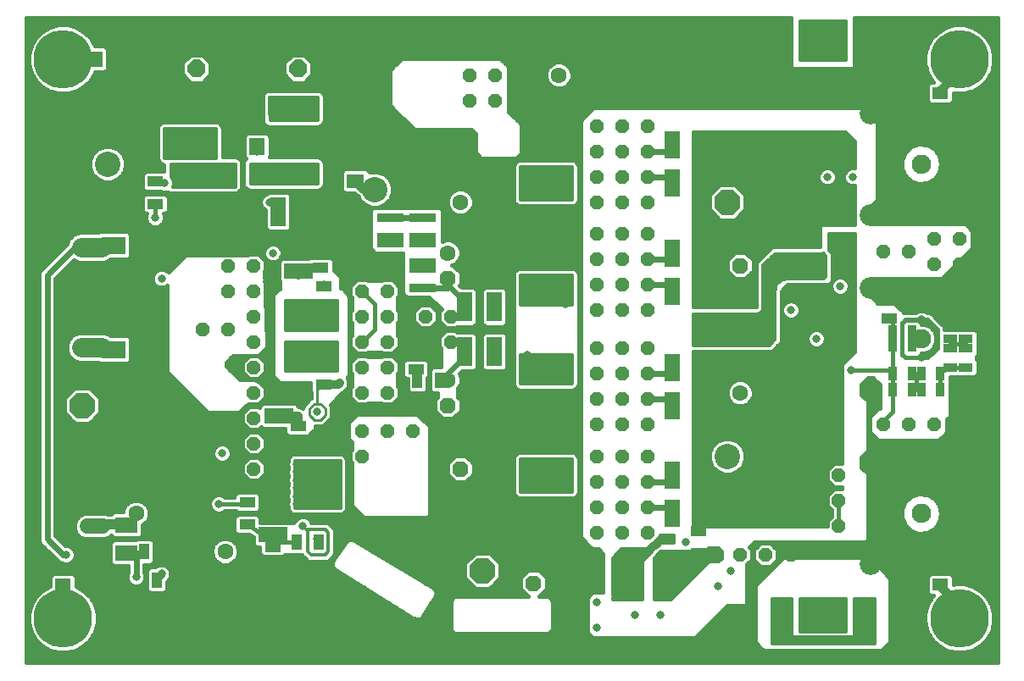
<source format=gbr>
G75*
%MOIN*%
%OFA0B0*%
%FSLAX24Y24*%
%IPPOS*%
%LPD*%
%AMOC8*
5,1,8,0,0,1.08239X$1,22.5*
%
%ADD10OC8,0.0520*%
%ADD11R,0.0630X0.1063*%
%ADD12R,0.0591X0.1142*%
%ADD13OC8,0.0630*%
%ADD14C,0.0630*%
%ADD15R,0.1142X0.0591*%
%ADD16R,0.0630X0.0394*%
%ADD17C,0.1000*%
%ADD18OC8,0.1000*%
%ADD19R,0.0354X0.0551*%
%ADD20R,0.0551X0.0354*%
%ADD21R,0.0394X0.0630*%
%ADD22R,0.0709X0.0551*%
%ADD23C,0.0780*%
%ADD24C,0.0760*%
%ADD25C,0.0860*%
%ADD26C,0.2300*%
%ADD27OC8,0.0700*%
%ADD28R,0.0945X0.0709*%
%ADD29R,0.0460X0.0630*%
%ADD30R,0.0630X0.0460*%
%ADD31R,0.0866X0.0630*%
%ADD32C,0.0600*%
%ADD33C,0.0240*%
%ADD34C,0.0160*%
%ADD35C,0.0317*%
%ADD36C,0.0320*%
%ADD37C,0.0100*%
%ADD38C,0.0120*%
D10*
X010330Y008822D03*
X011330Y008822D03*
X010330Y009822D03*
X010330Y010822D03*
X010330Y011822D03*
X010330Y012822D03*
X010330Y013822D03*
X009330Y014322D03*
X008330Y014322D03*
X010330Y014822D03*
X010330Y015822D03*
X009330Y015822D03*
X009330Y016822D03*
X010330Y016822D03*
X014580Y015822D03*
X015580Y015822D03*
X015580Y014822D03*
X014580Y014822D03*
X014580Y013822D03*
X015580Y013822D03*
X015580Y012822D03*
X014580Y012822D03*
X014580Y011822D03*
X015580Y011822D03*
X015580Y010322D03*
X014580Y010322D03*
X014580Y009322D03*
X016580Y010322D03*
X017080Y013822D03*
X018080Y013822D03*
X018080Y014822D03*
X017080Y014822D03*
X023830Y015072D03*
X024830Y015072D03*
X025830Y015072D03*
X025830Y016072D03*
X024830Y016072D03*
X023830Y016072D03*
X023830Y017072D03*
X024830Y017072D03*
X025830Y017072D03*
X025830Y018072D03*
X024830Y018072D03*
X023830Y018072D03*
X023830Y019322D03*
X024830Y019322D03*
X025830Y019322D03*
X025830Y020322D03*
X024830Y020322D03*
X023830Y020322D03*
X023830Y021322D03*
X024830Y021322D03*
X025830Y021322D03*
X025830Y022322D03*
X024830Y022322D03*
X023830Y022322D03*
X019830Y023322D03*
X018830Y023322D03*
X018830Y024322D03*
X019830Y024322D03*
X023830Y013572D03*
X024830Y013572D03*
X025830Y013572D03*
X025830Y012572D03*
X025830Y011572D03*
X025830Y010572D03*
X024830Y010572D03*
X023830Y010572D03*
X023830Y011572D03*
X024830Y011572D03*
X024830Y012572D03*
X023830Y012572D03*
X023830Y009322D03*
X024830Y009322D03*
X025830Y009322D03*
X025830Y008322D03*
X025830Y007322D03*
X025830Y006322D03*
X024830Y006322D03*
X023830Y006322D03*
X023830Y007322D03*
X024830Y007322D03*
X024830Y008322D03*
X023830Y008322D03*
X028455Y005447D03*
X029455Y005447D03*
X030455Y005447D03*
X031455Y005447D03*
X033330Y005572D03*
X033330Y006572D03*
X033330Y007572D03*
X033330Y008572D03*
X035080Y010572D03*
X036080Y010572D03*
X037080Y010572D03*
X038080Y010572D03*
X038080Y016885D03*
X037080Y016885D03*
X037080Y017885D03*
X038080Y017885D03*
X036080Y017385D03*
X035080Y017385D03*
D11*
X027881Y017322D03*
X026779Y017322D03*
X026779Y015822D03*
X027881Y015822D03*
X027881Y012822D03*
X026779Y012822D03*
X026779Y011322D03*
X027881Y011322D03*
X027881Y008572D03*
X026779Y008572D03*
X026779Y007072D03*
X027881Y007072D03*
X027881Y020072D03*
X026779Y020072D03*
X026779Y021572D03*
X027881Y021572D03*
D12*
X019796Y015197D03*
X018614Y015197D03*
X018614Y013447D03*
X019796Y013447D03*
X011296Y018947D03*
X010114Y018947D03*
X025239Y004197D03*
X026421Y004197D03*
D13*
X021330Y004322D03*
X018455Y008822D03*
X017955Y011322D03*
X017955Y016322D03*
X018455Y020322D03*
X021330Y024322D03*
X029455Y016822D03*
X028455Y011822D03*
X010205Y005572D03*
X006705Y007072D03*
D14*
X005705Y007072D03*
X009205Y005572D03*
X018455Y007822D03*
X022330Y004322D03*
X029455Y011822D03*
X028455Y016822D03*
X018455Y019322D03*
X017955Y017322D03*
X017955Y012322D03*
X022330Y024322D03*
D15*
X022330Y021413D03*
X022330Y020232D03*
X022330Y017163D03*
X022330Y015982D03*
X022330Y012663D03*
X022330Y011482D03*
X022330Y008413D03*
X022330Y007232D03*
X013080Y013482D03*
X013080Y014663D03*
X012080Y016607D03*
X012080Y017788D03*
X012205Y020357D03*
X012205Y021538D03*
X012205Y021857D03*
X012205Y023038D03*
X008330Y022788D03*
X008330Y021607D03*
X008330Y020288D03*
X008330Y019107D03*
X011330Y010913D03*
X011330Y009732D03*
X011080Y007413D03*
X011080Y006232D03*
X031455Y016982D03*
X032330Y016663D03*
X032330Y015482D03*
X031455Y018163D03*
D16*
X032330Y018010D03*
X032330Y017135D03*
X031455Y016510D03*
X031455Y015635D03*
X029830Y015510D03*
X029080Y015510D03*
X028330Y015510D03*
X028330Y014635D03*
X029080Y014635D03*
X029080Y014010D03*
X028330Y014010D03*
X028330Y013135D03*
X029080Y013135D03*
X029830Y013135D03*
X029830Y014010D03*
X029830Y014635D03*
X035330Y014760D03*
X035330Y015635D03*
X027830Y006385D03*
X027830Y005510D03*
X021330Y007385D03*
X021330Y008260D03*
X021330Y011635D03*
X021330Y012510D03*
X016705Y012760D03*
X016705Y013635D03*
X013080Y013010D03*
X012080Y013635D03*
X012080Y014510D03*
X013080Y015135D03*
X013080Y016010D03*
X012955Y016760D03*
X012955Y017635D03*
X011330Y020510D03*
X010455Y020510D03*
X010455Y021385D03*
X010455Y021635D03*
X010455Y022510D03*
X011330Y022885D03*
X011330Y022010D03*
X011330Y021385D03*
X007330Y021760D03*
X007330Y022635D03*
X007455Y020135D03*
X006455Y020135D03*
X006455Y019260D03*
X007455Y019260D03*
X013080Y012135D03*
X012080Y010510D03*
X012080Y009635D03*
X010080Y007510D03*
X010080Y006635D03*
X011080Y005760D03*
X011080Y004885D03*
X004580Y006635D03*
X004580Y007510D03*
X021330Y016135D03*
X021330Y017010D03*
X021330Y020385D03*
X021330Y021260D03*
D17*
X015080Y019822D03*
X004580Y020822D03*
X003580Y009322D03*
X017330Y004822D03*
X028955Y009322D03*
X028955Y021322D03*
D18*
X028955Y019322D03*
X015080Y021822D03*
X002580Y020822D03*
X003580Y011322D03*
X019330Y004822D03*
X028955Y007322D03*
D19*
X035456Y011947D03*
X035456Y012572D03*
X036204Y012572D03*
X036581Y012572D03*
X036581Y011947D03*
X036204Y011947D03*
X037329Y011947D03*
X037329Y012572D03*
X036204Y013697D03*
X036204Y014197D03*
X035456Y014197D03*
X035456Y013697D03*
D20*
X037705Y013571D03*
X037705Y013948D03*
X038330Y013948D03*
X038330Y013571D03*
X038330Y012823D03*
X037705Y012823D03*
X037705Y014696D03*
X038330Y014696D03*
X017205Y015948D03*
X016705Y015948D03*
X016705Y016696D03*
X016705Y016948D03*
X017205Y016948D03*
X017205Y016696D03*
X017205Y017696D03*
X017205Y017948D03*
X016705Y017948D03*
X016705Y017696D03*
X015955Y017696D03*
X015955Y017948D03*
X015455Y017948D03*
X015455Y017696D03*
X015455Y016948D03*
X015955Y016948D03*
X015955Y018696D03*
X015455Y018696D03*
X016705Y018696D03*
X017205Y018696D03*
D21*
X017642Y012322D03*
X016767Y012322D03*
X012892Y005947D03*
X012017Y005947D03*
X007392Y004447D03*
X006517Y004447D03*
X006892Y005572D03*
X006017Y005572D03*
X025392Y005072D03*
X026267Y005072D03*
D22*
X009205Y019028D03*
X009205Y020367D03*
X014330Y020153D03*
X014330Y021492D03*
D23*
X004345Y017542D02*
X003565Y017542D01*
X003565Y015572D02*
X004345Y015572D01*
X004345Y013602D02*
X003565Y013602D01*
D24*
X036580Y013947D03*
X036580Y007072D03*
X036580Y020822D03*
D25*
X034580Y022822D03*
X038580Y022822D03*
X038580Y018822D03*
X038580Y015947D03*
X034580Y015947D03*
X034580Y018822D03*
X034580Y011947D03*
X034580Y009072D03*
X038580Y009072D03*
X038580Y011947D03*
X038580Y005072D03*
X034580Y005072D03*
D26*
X038080Y002947D03*
X038080Y024947D03*
X002830Y024947D03*
X002830Y002947D03*
D27*
X008080Y024572D03*
X010080Y024572D03*
X012080Y024572D03*
D28*
X004830Y017620D03*
X004830Y016025D03*
X004830Y015120D03*
X004830Y013525D03*
D29*
X004755Y024947D03*
X004155Y024947D03*
D30*
X002830Y004872D03*
X002830Y004272D03*
X037330Y004272D03*
X037330Y004872D03*
X037330Y023022D03*
X037330Y023622D03*
D31*
X005330Y006624D03*
X005330Y005521D03*
D32*
X004380Y006572D02*
X003780Y006572D01*
X003780Y007572D02*
X004380Y007572D01*
D33*
X004580Y006635D02*
X004580Y006572D01*
X005279Y006572D01*
X005330Y006624D01*
X005705Y006999D01*
X005705Y007072D01*
X004580Y006572D02*
X004080Y006572D01*
X002955Y005447D02*
X002830Y005447D01*
X002205Y006072D01*
X002205Y016447D01*
X003330Y017572D01*
X003925Y017572D01*
X003955Y017542D01*
X015455Y017696D02*
X015455Y017948D01*
X015455Y017697D02*
X015704Y017697D01*
X015767Y017760D01*
X015831Y017696D01*
X015955Y017696D01*
X015767Y017760D02*
X015955Y017948D01*
X015455Y017696D02*
X015455Y017697D01*
X016705Y017696D02*
X017205Y017696D01*
X017205Y017948D01*
X016705Y017948D02*
X016705Y017696D01*
X016705Y016948D02*
X016705Y016696D01*
X016705Y016697D01*
X016954Y016697D01*
X017017Y016760D01*
X017081Y016696D01*
X017205Y016696D01*
X017017Y016760D02*
X017205Y016948D01*
X017955Y016322D02*
X017955Y016072D01*
X018018Y016010D01*
X017956Y015948D01*
X017205Y015948D01*
X016705Y015948D01*
X018018Y016010D02*
X018614Y015413D01*
X018614Y015197D01*
X018614Y013447D02*
X018614Y013232D01*
X017955Y012572D01*
X017955Y012322D01*
X025830Y012572D02*
X026529Y012572D01*
X026779Y012822D01*
X026529Y011572D02*
X025830Y011572D01*
X026529Y011572D02*
X026779Y011322D01*
X028330Y013135D02*
X028455Y013260D01*
X028705Y013322D01*
X028705Y015322D02*
X028455Y015385D01*
X028330Y015510D01*
X026830Y015874D02*
X026779Y015822D01*
X026830Y015874D02*
X026830Y016072D01*
X025830Y016072D01*
X025830Y017072D02*
X026529Y017072D01*
X026779Y017322D01*
X026779Y020072D02*
X026705Y020146D01*
X026705Y020322D01*
X025830Y020322D01*
X025830Y021322D02*
X026529Y021322D01*
X026779Y021572D01*
X017205Y018696D02*
X016705Y018696D01*
X015955Y018696D01*
X015455Y018696D01*
X026529Y008322D02*
X026779Y008572D01*
X026529Y008322D02*
X025830Y008322D01*
X025830Y007322D02*
X026529Y007322D01*
X026779Y007072D01*
X006705Y004635D02*
X006517Y004447D01*
X005705Y004572D02*
X005705Y005447D01*
X006017Y005572D01*
X005944Y005521D02*
X005330Y005521D01*
D34*
X001392Y001197D02*
X001392Y026572D01*
X031455Y026572D01*
X031455Y024572D01*
X033955Y024572D01*
X033955Y026572D01*
X039580Y026572D01*
X039580Y001197D01*
X001392Y001197D01*
X001392Y001314D02*
X039580Y001314D01*
X039580Y001473D02*
X001392Y001473D01*
X001392Y001631D02*
X002525Y001631D01*
X002652Y001597D02*
X003008Y001597D01*
X003351Y001689D01*
X003659Y001867D01*
X003910Y002119D01*
X004088Y002426D01*
X004180Y002770D01*
X004180Y003125D01*
X004088Y003469D01*
X003910Y003776D01*
X003659Y004028D01*
X003351Y004205D01*
X003345Y004207D01*
X003345Y004585D01*
X003228Y004702D01*
X002432Y004702D01*
X002315Y004585D01*
X002315Y004207D01*
X002309Y004205D01*
X002001Y004028D01*
X001750Y003776D01*
X001572Y003469D01*
X001480Y003125D01*
X001480Y002770D01*
X001572Y002426D01*
X001750Y002119D01*
X002001Y001867D01*
X002309Y001689D01*
X002652Y001597D01*
X003135Y001631D02*
X037775Y001631D01*
X037902Y001597D02*
X037559Y001689D01*
X037251Y001867D01*
X037000Y002119D01*
X036822Y002426D01*
X036730Y002770D01*
X036730Y003125D01*
X036822Y003469D01*
X037000Y003776D01*
X037066Y003842D01*
X036932Y003842D01*
X036815Y003960D01*
X036815Y004585D01*
X036932Y004702D01*
X037728Y004702D01*
X037845Y004585D01*
X037845Y004282D01*
X037902Y004297D01*
X038258Y004297D01*
X038601Y004205D01*
X038909Y004028D01*
X039160Y003776D01*
X039338Y003469D01*
X039430Y003125D01*
X039430Y002770D01*
X039338Y002426D01*
X039160Y002119D01*
X038909Y001867D01*
X038601Y001689D01*
X038258Y001597D01*
X037902Y001597D01*
X038385Y001631D02*
X039580Y001631D01*
X039580Y001790D02*
X038775Y001790D01*
X038990Y001948D02*
X039580Y001948D01*
X039580Y002107D02*
X039149Y002107D01*
X039245Y002265D02*
X039580Y002265D01*
X039580Y002424D02*
X039337Y002424D01*
X039380Y002582D02*
X039580Y002582D01*
X039580Y002741D02*
X039422Y002741D01*
X039430Y002899D02*
X039580Y002899D01*
X039580Y003058D02*
X039430Y003058D01*
X039406Y003216D02*
X039580Y003216D01*
X039580Y003375D02*
X039363Y003375D01*
X039301Y003533D02*
X039580Y003533D01*
X039580Y003692D02*
X039209Y003692D01*
X039086Y003850D02*
X039580Y003850D01*
X039580Y004009D02*
X038928Y004009D01*
X038667Y004167D02*
X039580Y004167D01*
X039580Y004326D02*
X037845Y004326D01*
X037845Y004484D02*
X039580Y004484D01*
X039580Y004643D02*
X037787Y004643D01*
X036873Y004643D02*
X035236Y004643D01*
X035115Y004764D02*
X034615Y005264D01*
X034521Y005357D01*
X031139Y005357D01*
X030139Y004357D01*
X030045Y004264D01*
X030045Y002006D01*
X030295Y001756D01*
X030389Y001662D01*
X035021Y001662D01*
X035365Y002006D01*
X035365Y002139D01*
X035365Y004381D01*
X035365Y004514D01*
X035115Y004764D01*
X035077Y004801D02*
X039580Y004801D01*
X039580Y004960D02*
X034919Y004960D01*
X034760Y005118D02*
X039580Y005118D01*
X039580Y005277D02*
X034602Y005277D01*
X034388Y005932D02*
X034470Y006014D01*
X034470Y008630D01*
X034220Y008880D01*
X034220Y009264D01*
X034388Y009432D01*
X034470Y009514D01*
X034470Y011505D01*
X034220Y011755D01*
X034220Y012139D01*
X034498Y012417D01*
X034690Y012417D01*
X034690Y012389D01*
X034940Y012139D01*
X034940Y011212D01*
X034897Y011212D01*
X034647Y010962D01*
X034565Y010880D01*
X034565Y010264D01*
X034815Y010014D01*
X034897Y009932D01*
X037263Y009932D01*
X037345Y010014D01*
X037513Y010182D01*
X037595Y010264D01*
X037595Y010764D01*
X037720Y010889D01*
X037720Y012446D01*
X038688Y012446D01*
X038806Y012563D01*
X038806Y013083D01*
X038740Y013149D01*
X038740Y013246D01*
X038806Y013311D01*
X038806Y014208D01*
X038688Y014326D01*
X037485Y014326D01*
X037485Y014378D01*
X037442Y014481D01*
X037364Y014560D01*
X036989Y014935D01*
X036886Y014977D01*
X036807Y014977D01*
X036783Y015002D01*
X036651Y015056D01*
X036509Y015056D01*
X036377Y015002D01*
X036353Y014977D01*
X035901Y014977D01*
X035845Y015034D01*
X035845Y015040D01*
X035728Y015157D01*
X035722Y015157D01*
X035521Y015357D01*
X034845Y015357D01*
X034845Y015380D01*
X034595Y015630D01*
X034595Y016264D01*
X034638Y016307D01*
X037388Y016307D01*
X038513Y017432D01*
X038595Y017514D01*
X038595Y018193D01*
X038407Y018380D01*
X038325Y018462D01*
X034638Y018462D01*
X034595Y018505D01*
X034595Y019139D01*
X034763Y019307D01*
X034845Y019389D01*
X034845Y022443D01*
X034365Y022923D01*
X034365Y022951D01*
X034271Y023045D01*
X023701Y023045D01*
X023264Y022607D01*
X023170Y022514D01*
X023170Y006131D01*
X023545Y005756D01*
X023545Y005756D01*
X023639Y005662D01*
X023889Y005662D01*
X024065Y005486D01*
X024065Y003962D01*
X023647Y003962D01*
X023565Y003880D01*
X023522Y003837D01*
X023440Y003755D01*
X023440Y002389D01*
X023565Y002264D01*
X023647Y002182D01*
X027700Y002182D01*
X028950Y003432D01*
X029638Y003432D01*
X029720Y003514D01*
X029720Y005062D01*
X029915Y005257D01*
X029915Y005638D01*
X029817Y005736D01*
X030013Y005932D01*
X034388Y005932D01*
X034470Y006069D02*
X039580Y006069D01*
X039580Y005911D02*
X029992Y005911D01*
X030109Y005752D02*
X029833Y005752D01*
X029915Y005594D02*
X029995Y005594D01*
X029995Y005638D02*
X029995Y005257D01*
X030264Y004987D01*
X030646Y004987D01*
X030915Y005257D01*
X030915Y005638D01*
X030646Y005907D01*
X030264Y005907D01*
X029995Y005638D01*
X029995Y005435D02*
X029915Y005435D01*
X029915Y005277D02*
X029995Y005277D01*
X030133Y005118D02*
X029777Y005118D01*
X029720Y004960D02*
X030741Y004960D01*
X030777Y005118D02*
X030900Y005118D01*
X030915Y005277D02*
X031058Y005277D01*
X030915Y005435D02*
X039580Y005435D01*
X039580Y005594D02*
X030915Y005594D01*
X030801Y005752D02*
X039580Y005752D01*
X039580Y006228D02*
X034470Y006228D01*
X034470Y006386D02*
X036206Y006386D01*
X036188Y006393D02*
X036498Y006292D01*
X036823Y006326D01*
X037105Y006489D01*
X037105Y006489D01*
X037105Y006489D01*
X037297Y006753D01*
X037297Y006753D01*
X037365Y007072D01*
X037297Y007392D01*
X037105Y007656D01*
X036823Y007819D01*
X036823Y007819D01*
X036498Y007853D01*
X036188Y007752D01*
X036188Y007752D01*
X035945Y007534D01*
X035812Y007236D01*
X035812Y006909D01*
X035945Y006611D01*
X036188Y006393D01*
X036188Y006393D01*
X036018Y006545D02*
X034470Y006545D01*
X034470Y006703D02*
X035904Y006703D01*
X035945Y006611D02*
X035945Y006611D01*
X035945Y006611D01*
X035833Y006862D02*
X034470Y006862D01*
X034470Y007020D02*
X035812Y007020D01*
X035812Y007179D02*
X034470Y007179D01*
X034470Y007337D02*
X035857Y007337D01*
X035928Y007496D02*
X034470Y007496D01*
X034470Y007654D02*
X036079Y007654D01*
X035945Y007534D02*
X035945Y007534D01*
X036374Y007813D02*
X034470Y007813D01*
X034470Y007971D02*
X039580Y007971D01*
X039580Y007813D02*
X036833Y007813D01*
X037105Y007656D02*
X037105Y007656D01*
X037105Y007656D01*
X037106Y007654D02*
X039580Y007654D01*
X039580Y007496D02*
X037221Y007496D01*
X037297Y007392D02*
X037297Y007392D01*
X037309Y007337D02*
X039580Y007337D01*
X039580Y007179D02*
X037342Y007179D01*
X037354Y007020D02*
X039580Y007020D01*
X039580Y006862D02*
X037320Y006862D01*
X037261Y006703D02*
X039580Y006703D01*
X039580Y006545D02*
X037146Y006545D01*
X036928Y006386D02*
X039580Y006386D01*
X039580Y008130D02*
X034470Y008130D01*
X034470Y008288D02*
X039580Y008288D01*
X039580Y008447D02*
X034470Y008447D01*
X034470Y008605D02*
X039580Y008605D01*
X039580Y008764D02*
X034336Y008764D01*
X034220Y008922D02*
X039580Y008922D01*
X039580Y009081D02*
X034220Y009081D01*
X034220Y009239D02*
X039580Y009239D01*
X039580Y009398D02*
X034354Y009398D01*
X034470Y009556D02*
X039580Y009556D01*
X039580Y009715D02*
X034470Y009715D01*
X034470Y009873D02*
X039580Y009873D01*
X039580Y010032D02*
X037363Y010032D01*
X037521Y010190D02*
X039580Y010190D01*
X039580Y010349D02*
X037595Y010349D01*
X037595Y010507D02*
X039580Y010507D01*
X039580Y010666D02*
X037595Y010666D01*
X037655Y010824D02*
X039580Y010824D01*
X039580Y010983D02*
X037720Y010983D01*
X037720Y011141D02*
X039580Y011141D01*
X039580Y011300D02*
X037720Y011300D01*
X037720Y011458D02*
X039580Y011458D01*
X039580Y011617D02*
X037720Y011617D01*
X037720Y011775D02*
X039580Y011775D01*
X039580Y011934D02*
X037720Y011934D01*
X037720Y012092D02*
X039580Y012092D01*
X039580Y012251D02*
X037720Y012251D01*
X037720Y012409D02*
X039580Y012409D01*
X039580Y012568D02*
X038806Y012568D01*
X038806Y012726D02*
X039580Y012726D01*
X039580Y012885D02*
X038806Y012885D01*
X038806Y013043D02*
X039580Y013043D01*
X039580Y013202D02*
X038740Y013202D01*
X038806Y013360D02*
X039580Y013360D01*
X039580Y013519D02*
X038806Y013519D01*
X038806Y013677D02*
X039580Y013677D01*
X039580Y013836D02*
X038806Y013836D01*
X038806Y013994D02*
X039580Y013994D01*
X039580Y014153D02*
X038806Y014153D01*
X038703Y014311D02*
X039580Y014311D01*
X039580Y014470D02*
X037447Y014470D01*
X037295Y014628D02*
X039580Y014628D01*
X039580Y014787D02*
X037136Y014787D01*
X036963Y014945D02*
X039580Y014945D01*
X039580Y015104D02*
X035781Y015104D01*
X035616Y015262D02*
X039580Y015262D01*
X039580Y015421D02*
X034804Y015421D01*
X034646Y015579D02*
X039580Y015579D01*
X039580Y015738D02*
X034595Y015738D01*
X034595Y015896D02*
X039580Y015896D01*
X039580Y016055D02*
X034595Y016055D01*
X034595Y016213D02*
X039580Y016213D01*
X039580Y016372D02*
X037453Y016372D01*
X037611Y016530D02*
X039580Y016530D01*
X039580Y016689D02*
X037770Y016689D01*
X037928Y016847D02*
X039580Y016847D01*
X039580Y017006D02*
X038087Y017006D01*
X038245Y017164D02*
X039580Y017164D01*
X039580Y017323D02*
X038404Y017323D01*
X038562Y017481D02*
X039580Y017481D01*
X039580Y017640D02*
X038595Y017640D01*
X038595Y017798D02*
X039580Y017798D01*
X039580Y017957D02*
X038595Y017957D01*
X038595Y018115D02*
X039580Y018115D01*
X039580Y018274D02*
X038514Y018274D01*
X038355Y018432D02*
X039580Y018432D01*
X039580Y018591D02*
X034595Y018591D01*
X034595Y018749D02*
X039580Y018749D01*
X039580Y018908D02*
X034595Y018908D01*
X034595Y019066D02*
X039580Y019066D01*
X039580Y019225D02*
X034681Y019225D01*
X034839Y019383D02*
X039580Y019383D01*
X039580Y019542D02*
X034845Y019542D01*
X034845Y019700D02*
X039580Y019700D01*
X039580Y019859D02*
X034845Y019859D01*
X034845Y020017D02*
X039580Y020017D01*
X039580Y020176D02*
X036996Y020176D01*
X037105Y020239D02*
X036823Y020076D01*
X036823Y020076D01*
X036498Y020042D01*
X036498Y020042D01*
X036188Y020143D01*
X036188Y020143D01*
X035945Y020361D01*
X035945Y020361D01*
X035812Y020659D01*
X035812Y020986D01*
X035945Y021284D01*
X035945Y021284D01*
X036188Y021502D01*
X036498Y021603D01*
X036823Y021569D01*
X037105Y021406D01*
X037105Y021406D01*
X037297Y021142D01*
X037297Y021142D01*
X037365Y020822D01*
X037365Y020822D01*
X037297Y020503D01*
X037105Y020239D01*
X037105Y020239D01*
X037105Y020239D01*
X037175Y020334D02*
X039580Y020334D01*
X039580Y020493D02*
X037290Y020493D01*
X037297Y020503D02*
X037297Y020503D01*
X037329Y020651D02*
X039580Y020651D01*
X039580Y020810D02*
X037362Y020810D01*
X037334Y020968D02*
X039580Y020968D01*
X039580Y021127D02*
X037300Y021127D01*
X037193Y021285D02*
X039580Y021285D01*
X039580Y021444D02*
X037039Y021444D01*
X036504Y021602D02*
X039580Y021602D01*
X039580Y021761D02*
X034845Y021761D01*
X034845Y021919D02*
X039580Y021919D01*
X039580Y022078D02*
X034845Y022078D01*
X034845Y022236D02*
X039580Y022236D01*
X039580Y022395D02*
X034845Y022395D01*
X034734Y022553D02*
X039580Y022553D01*
X039580Y022712D02*
X034576Y022712D01*
X034417Y022870D02*
X039580Y022870D01*
X039580Y023029D02*
X034287Y023029D01*
X033580Y022072D02*
X027615Y022072D01*
X027615Y015197D01*
X030080Y015197D01*
X030080Y016947D01*
X030705Y017572D01*
X032580Y017572D01*
X032580Y018447D01*
X033955Y018447D01*
X033955Y018685D01*
X033950Y018697D01*
X033950Y018948D01*
X033955Y018960D01*
X033955Y019964D01*
X033821Y019964D01*
X033689Y020018D01*
X033588Y020119D01*
X033534Y020251D01*
X033534Y020394D01*
X033588Y020526D01*
X033689Y020627D01*
X033821Y020681D01*
X033955Y020681D01*
X033955Y021697D01*
X033580Y022072D01*
X033733Y021919D02*
X027615Y021919D01*
X027615Y021761D02*
X033891Y021761D01*
X033955Y021602D02*
X027615Y021602D01*
X027615Y021444D02*
X033955Y021444D01*
X033955Y021285D02*
X027615Y021285D01*
X027615Y021127D02*
X033955Y021127D01*
X033955Y020968D02*
X027615Y020968D01*
X027615Y020810D02*
X033955Y020810D01*
X033749Y020651D02*
X033036Y020651D01*
X033096Y020627D02*
X032964Y020681D01*
X032821Y020681D01*
X032689Y020627D01*
X032588Y020526D01*
X032534Y020394D01*
X032534Y020251D01*
X032588Y020119D01*
X032689Y020018D01*
X032821Y019964D01*
X032964Y019964D01*
X033096Y020018D01*
X033197Y020119D01*
X033251Y020251D01*
X033251Y020394D01*
X033197Y020526D01*
X033096Y020627D01*
X033210Y020493D02*
X033575Y020493D01*
X033534Y020334D02*
X033251Y020334D01*
X033220Y020176D02*
X033565Y020176D01*
X033691Y020017D02*
X033094Y020017D01*
X032691Y020017D02*
X029250Y020017D01*
X029245Y020022D02*
X028665Y020022D01*
X028255Y019612D01*
X028255Y019032D01*
X028665Y018622D01*
X029245Y018622D01*
X029655Y019032D01*
X029655Y019612D01*
X029245Y020022D01*
X029408Y019859D02*
X033955Y019859D01*
X033955Y019700D02*
X029567Y019700D01*
X029655Y019542D02*
X033955Y019542D01*
X033955Y019383D02*
X029655Y019383D01*
X029655Y019225D02*
X033955Y019225D01*
X033955Y019066D02*
X029655Y019066D01*
X029530Y018908D02*
X033950Y018908D01*
X033950Y018749D02*
X029372Y018749D01*
X028538Y018749D02*
X027615Y018749D01*
X027615Y018591D02*
X033955Y018591D01*
X033955Y018072D02*
X033955Y016085D01*
X033950Y016073D01*
X033950Y015822D01*
X033955Y015810D01*
X033955Y013447D01*
X033455Y012947D01*
X033455Y009032D01*
X033139Y009032D01*
X032870Y008763D01*
X032870Y008382D01*
X033139Y008112D01*
X033455Y008112D01*
X033455Y008032D01*
X033139Y008032D01*
X032870Y007763D01*
X032870Y007382D01*
X033050Y007202D01*
X033050Y006943D01*
X032870Y006763D01*
X032870Y006572D01*
X027615Y006572D01*
X027615Y013447D01*
X030705Y013447D01*
X031080Y013822D01*
X031080Y015822D01*
X031330Y016072D01*
X032955Y016072D01*
X033080Y016197D01*
X033080Y016264D01*
X033101Y016285D01*
X033101Y017041D01*
X033080Y017062D01*
X033080Y017322D01*
X032955Y017447D01*
X032955Y018072D01*
X033955Y018072D01*
X033955Y017957D02*
X032955Y017957D01*
X032955Y017798D02*
X033955Y017798D01*
X033955Y017640D02*
X032955Y017640D01*
X032955Y017481D02*
X033955Y017481D01*
X033955Y017323D02*
X033079Y017323D01*
X033080Y017164D02*
X033955Y017164D01*
X033955Y017006D02*
X033101Y017006D01*
X033101Y016847D02*
X033955Y016847D01*
X033955Y016689D02*
X033101Y016689D01*
X033101Y016530D02*
X033955Y016530D01*
X033955Y016372D02*
X033101Y016372D01*
X033189Y016314D02*
X033088Y016213D01*
X033034Y016081D01*
X033034Y015939D01*
X033088Y015807D01*
X033189Y015706D01*
X033321Y015651D01*
X033464Y015651D01*
X033596Y015706D01*
X033697Y015807D01*
X033751Y015939D01*
X033751Y016081D01*
X033697Y016213D01*
X033596Y016314D01*
X033464Y016369D01*
X033321Y016369D01*
X033189Y016314D01*
X033089Y016213D02*
X033080Y016213D01*
X033034Y016055D02*
X031313Y016055D01*
X031154Y015896D02*
X033051Y015896D01*
X033157Y015738D02*
X031080Y015738D01*
X031080Y015579D02*
X033955Y015579D01*
X033955Y015421D02*
X031551Y015421D01*
X031526Y015431D02*
X031384Y015431D01*
X031252Y015377D01*
X031151Y015276D01*
X031096Y015144D01*
X031096Y015001D01*
X031151Y014869D01*
X031252Y014768D01*
X031384Y014714D01*
X031526Y014714D01*
X031658Y014768D01*
X031759Y014869D01*
X031814Y015001D01*
X031814Y015144D01*
X031759Y015276D01*
X031658Y015377D01*
X031526Y015431D01*
X031359Y015421D02*
X031080Y015421D01*
X031080Y015262D02*
X031145Y015262D01*
X031096Y015104D02*
X031080Y015104D01*
X031080Y014945D02*
X031119Y014945D01*
X031080Y014787D02*
X031233Y014787D01*
X031080Y014628D02*
X033955Y014628D01*
X033955Y014470D02*
X031080Y014470D01*
X031080Y014311D02*
X033955Y014311D01*
X033955Y014153D02*
X032757Y014153D01*
X032759Y014151D02*
X032658Y014252D01*
X032526Y014306D01*
X032384Y014306D01*
X032252Y014252D01*
X032151Y014151D01*
X032096Y014019D01*
X032096Y013876D01*
X032151Y013744D01*
X032252Y013643D01*
X032384Y013589D01*
X032526Y013589D01*
X032658Y013643D01*
X032759Y013744D01*
X032814Y013876D01*
X032814Y014019D01*
X032759Y014151D01*
X032814Y013994D02*
X033955Y013994D01*
X033955Y013836D02*
X032797Y013836D01*
X032692Y013677D02*
X033955Y013677D01*
X033955Y013519D02*
X030777Y013519D01*
X030935Y013677D02*
X032218Y013677D01*
X032113Y013836D02*
X031080Y013836D01*
X031080Y013994D02*
X032096Y013994D01*
X032153Y014153D02*
X031080Y014153D01*
X030800Y014153D02*
X027615Y014153D01*
X027615Y014311D02*
X030800Y014311D01*
X030800Y014470D02*
X027615Y014470D01*
X027615Y014628D02*
X030800Y014628D01*
X030800Y014787D02*
X027615Y014787D01*
X027615Y014917D02*
X030024Y014917D01*
X030136Y014917D01*
X030239Y014960D01*
X030317Y015039D01*
X030360Y015142D01*
X030360Y016831D01*
X030821Y017292D01*
X032636Y017292D01*
X032704Y017321D01*
X032718Y017289D01*
X032796Y017210D01*
X032800Y017206D01*
X032800Y016417D01*
X032735Y016352D01*
X031274Y016352D01*
X031202Y016322D01*
X031080Y016322D01*
X030830Y016072D01*
X030830Y015951D01*
X030800Y015878D01*
X030800Y013938D01*
X030589Y013727D01*
X027615Y013727D01*
X027615Y014917D01*
X027615Y015262D02*
X030080Y015262D01*
X030080Y015421D02*
X027615Y015421D01*
X027615Y015579D02*
X030080Y015579D01*
X030080Y015738D02*
X027615Y015738D01*
X027615Y015896D02*
X030080Y015896D01*
X030080Y016055D02*
X027615Y016055D01*
X027615Y016213D02*
X030080Y016213D01*
X030080Y016372D02*
X029733Y016372D01*
X029668Y016307D02*
X029970Y016609D01*
X029970Y017036D01*
X029668Y017337D01*
X029242Y017337D01*
X028940Y017036D01*
X028940Y016609D01*
X029242Y016307D01*
X029668Y016307D01*
X029891Y016530D02*
X030080Y016530D01*
X030080Y016689D02*
X029970Y016689D01*
X029970Y016847D02*
X030080Y016847D01*
X030139Y017006D02*
X029970Y017006D01*
X029841Y017164D02*
X030297Y017164D01*
X030456Y017323D02*
X029683Y017323D01*
X029227Y017323D02*
X027615Y017323D01*
X027615Y017481D02*
X030614Y017481D01*
X030693Y017164D02*
X032800Y017164D01*
X032800Y017006D02*
X030535Y017006D01*
X030376Y016847D02*
X032800Y016847D01*
X032800Y016689D02*
X030360Y016689D01*
X030360Y016530D02*
X032800Y016530D01*
X032755Y016372D02*
X030360Y016372D01*
X030360Y016213D02*
X030971Y016213D01*
X030830Y016055D02*
X030360Y016055D01*
X030360Y015896D02*
X030808Y015896D01*
X030800Y015738D02*
X030360Y015738D01*
X030360Y015579D02*
X030800Y015579D01*
X030800Y015421D02*
X030360Y015421D01*
X030360Y015262D02*
X030800Y015262D01*
X030800Y015104D02*
X030344Y015104D01*
X030203Y014945D02*
X030800Y014945D01*
X031677Y014787D02*
X033955Y014787D01*
X033955Y014945D02*
X031791Y014945D01*
X031814Y015104D02*
X033955Y015104D01*
X033955Y015262D02*
X031765Y015262D01*
X030800Y013994D02*
X027615Y013994D01*
X027615Y013836D02*
X030698Y013836D01*
X029747Y012259D02*
X029557Y012337D01*
X029353Y012337D01*
X029163Y012259D01*
X029018Y012114D01*
X028940Y011925D01*
X028940Y011720D01*
X029018Y011531D01*
X029163Y011386D01*
X029353Y011307D01*
X029557Y011307D01*
X029747Y011386D01*
X029892Y011531D01*
X029970Y011720D01*
X029970Y011925D01*
X029892Y012114D01*
X029747Y012259D01*
X029755Y012251D02*
X033455Y012251D01*
X033455Y012409D02*
X027615Y012409D01*
X027615Y012251D02*
X029155Y012251D01*
X029009Y012092D02*
X027615Y012092D01*
X027615Y011934D02*
X028944Y011934D01*
X028940Y011775D02*
X027615Y011775D01*
X027615Y011617D02*
X028983Y011617D01*
X029091Y011458D02*
X027615Y011458D01*
X027615Y011300D02*
X033455Y011300D01*
X033455Y011458D02*
X029819Y011458D01*
X029927Y011617D02*
X033455Y011617D01*
X033455Y011775D02*
X029970Y011775D01*
X029966Y011934D02*
X033455Y011934D01*
X033455Y012092D02*
X029901Y012092D01*
X027615Y012568D02*
X033455Y012568D01*
X033455Y012726D02*
X027615Y012726D01*
X027615Y012885D02*
X033455Y012885D01*
X033551Y013043D02*
X027615Y013043D01*
X027615Y013202D02*
X033710Y013202D01*
X033868Y013360D02*
X027615Y013360D01*
X027615Y011141D02*
X033455Y011141D01*
X033455Y010983D02*
X027615Y010983D01*
X027615Y010824D02*
X033455Y010824D01*
X033455Y010666D02*
X027615Y010666D01*
X027615Y010507D02*
X033455Y010507D01*
X033455Y010349D02*
X027615Y010349D01*
X027615Y010190D02*
X033455Y010190D01*
X033455Y010032D02*
X027615Y010032D01*
X027615Y009873D02*
X028516Y009873D01*
X028558Y009916D02*
X028362Y009719D01*
X028255Y009462D01*
X028255Y009183D01*
X028362Y008926D01*
X028558Y008729D01*
X028816Y008622D01*
X029094Y008622D01*
X029352Y008729D01*
X029548Y008926D01*
X029655Y009183D01*
X029655Y009462D01*
X029548Y009719D01*
X029352Y009916D01*
X029094Y010022D01*
X028816Y010022D01*
X028558Y009916D01*
X028360Y009715D02*
X027615Y009715D01*
X027615Y009556D02*
X028294Y009556D01*
X028255Y009398D02*
X027615Y009398D01*
X027615Y009239D02*
X028255Y009239D01*
X028297Y009081D02*
X027615Y009081D01*
X027615Y008922D02*
X028365Y008922D01*
X028524Y008764D02*
X027615Y008764D01*
X027615Y008605D02*
X032870Y008605D01*
X032870Y008447D02*
X027615Y008447D01*
X027615Y008288D02*
X032963Y008288D01*
X033122Y008130D02*
X027615Y008130D01*
X027615Y007971D02*
X033078Y007971D01*
X032920Y007813D02*
X027615Y007813D01*
X027615Y007654D02*
X032870Y007654D01*
X032870Y007496D02*
X027615Y007496D01*
X027615Y007337D02*
X032914Y007337D01*
X033050Y007179D02*
X027615Y007179D01*
X027615Y007020D02*
X033050Y007020D01*
X032969Y006862D02*
X027615Y006862D01*
X027615Y006703D02*
X032870Y006703D01*
X033330Y006572D02*
X033330Y007572D01*
X032871Y008764D02*
X029386Y008764D01*
X029545Y008922D02*
X033029Y008922D01*
X033455Y009081D02*
X029613Y009081D01*
X029655Y009239D02*
X033455Y009239D01*
X033455Y009398D02*
X029655Y009398D01*
X029616Y009556D02*
X033455Y009556D01*
X033455Y009715D02*
X029550Y009715D01*
X029394Y009873D02*
X033455Y009873D01*
X034470Y010032D02*
X034797Y010032D01*
X034639Y010190D02*
X034470Y010190D01*
X034470Y010349D02*
X034565Y010349D01*
X034565Y010507D02*
X034470Y010507D01*
X034470Y010666D02*
X034565Y010666D01*
X034565Y010824D02*
X034470Y010824D01*
X034470Y010983D02*
X034668Y010983D01*
X034826Y011141D02*
X034470Y011141D01*
X034470Y011300D02*
X034940Y011300D01*
X034940Y011458D02*
X034470Y011458D01*
X034358Y011617D02*
X034940Y011617D01*
X034940Y011775D02*
X034220Y011775D01*
X034220Y011934D02*
X034940Y011934D01*
X034940Y012092D02*
X034220Y012092D01*
X034332Y012251D02*
X034828Y012251D01*
X034690Y012409D02*
X034490Y012409D01*
X033830Y012697D02*
X035456Y012697D01*
X035456Y012572D01*
X035456Y011947D01*
X035456Y011073D01*
X035080Y010697D01*
X035080Y010572D01*
X036204Y011947D02*
X036393Y011947D01*
X036393Y012572D01*
X036581Y012572D01*
X036393Y012572D02*
X036204Y012572D01*
X036393Y011947D02*
X036581Y011947D01*
X037329Y011947D02*
X037329Y012572D01*
X037580Y012823D01*
X037705Y012823D01*
X038330Y012823D01*
X038330Y013571D02*
X038330Y013760D01*
X037705Y013760D01*
X037705Y013572D01*
X037705Y013571D01*
X037705Y013760D02*
X037705Y013948D01*
X037205Y013994D02*
X037160Y013994D01*
X037160Y014063D02*
X037072Y014276D01*
X036909Y014439D01*
X036695Y014527D01*
X036581Y014527D01*
X036581Y014556D01*
X036464Y014673D01*
X035944Y014673D01*
X035845Y014574D01*
X035845Y014587D01*
X035955Y014697D01*
X036830Y014697D01*
X037205Y014322D01*
X037205Y013572D01*
X036830Y013197D01*
X035955Y013197D01*
X035823Y013329D01*
X035830Y013336D01*
X035944Y013222D01*
X036464Y013222D01*
X036581Y013339D01*
X036581Y013367D01*
X036695Y013367D01*
X036909Y013456D01*
X037072Y013619D01*
X037160Y013832D01*
X037160Y014063D01*
X037123Y014153D02*
X037205Y014153D01*
X037205Y014311D02*
X037036Y014311D01*
X037057Y014470D02*
X036834Y014470D01*
X036899Y014628D02*
X036509Y014628D01*
X036204Y014197D02*
X036204Y013947D01*
X036580Y013947D01*
X036204Y013947D02*
X036204Y013697D01*
X036581Y013360D02*
X036993Y013360D01*
X036972Y013519D02*
X037152Y013519D01*
X037205Y013677D02*
X037096Y013677D01*
X037160Y013836D02*
X037205Y013836D01*
X036835Y013202D02*
X035950Y013202D01*
X035830Y013322D02*
X035830Y014572D01*
X035886Y014628D02*
X035899Y014628D01*
X035456Y014634D02*
X035456Y014197D01*
X035456Y013697D01*
X035456Y012697D01*
X035456Y014634D02*
X035330Y014760D01*
X033955Y015738D02*
X033628Y015738D01*
X033734Y015896D02*
X033950Y015896D01*
X033950Y016055D02*
X033751Y016055D01*
X033696Y016213D02*
X033955Y016213D01*
X032580Y017640D02*
X027615Y017640D01*
X027615Y017798D02*
X032580Y017798D01*
X032580Y017957D02*
X027615Y017957D01*
X027615Y018115D02*
X032580Y018115D01*
X032580Y018274D02*
X027615Y018274D01*
X027615Y018432D02*
X032580Y018432D01*
X032565Y020176D02*
X027615Y020176D01*
X027615Y020334D02*
X032534Y020334D01*
X032575Y020493D02*
X027615Y020493D01*
X027615Y020651D02*
X032749Y020651D01*
X034845Y020651D02*
X035816Y020651D01*
X035812Y020810D02*
X034845Y020810D01*
X034845Y020968D02*
X035812Y020968D01*
X035875Y021127D02*
X034845Y021127D01*
X034845Y021285D02*
X035947Y021285D01*
X036123Y021444D02*
X034845Y021444D01*
X034845Y021602D02*
X036496Y021602D01*
X035886Y020493D02*
X034845Y020493D01*
X034845Y020334D02*
X035974Y020334D01*
X036150Y020176D02*
X034845Y020176D01*
X036932Y023192D02*
X037728Y023192D01*
X037845Y023310D01*
X037845Y023613D01*
X037902Y023597D01*
X038258Y023597D01*
X038601Y023689D01*
X038909Y023867D01*
X039160Y024119D01*
X039338Y024426D01*
X039430Y024770D01*
X039430Y025125D01*
X039338Y025469D01*
X039160Y025776D01*
X038909Y026028D01*
X038601Y026205D01*
X038258Y026297D01*
X037902Y026297D01*
X037559Y026205D01*
X037251Y026028D01*
X037000Y025776D01*
X036822Y025469D01*
X036730Y025125D01*
X036730Y024770D01*
X036822Y024426D01*
X037000Y024119D01*
X037066Y024052D01*
X036932Y024052D01*
X036815Y023935D01*
X036815Y023310D01*
X036932Y023192D01*
X036815Y023346D02*
X020365Y023346D01*
X020365Y023504D02*
X036815Y023504D01*
X036815Y023663D02*
X020365Y023663D01*
X020365Y023821D02*
X022194Y023821D01*
X022228Y023807D02*
X022432Y023807D01*
X022622Y023886D01*
X022767Y024031D01*
X022845Y024220D01*
X022845Y024425D01*
X022767Y024614D01*
X031455Y024614D01*
X031455Y024772D02*
X022589Y024772D01*
X022622Y024759D02*
X022432Y024837D01*
X022228Y024837D01*
X022038Y024759D01*
X021893Y024614D01*
X020365Y024614D01*
X020365Y024639D02*
X020271Y024732D01*
X020021Y024982D01*
X016139Y024982D01*
X016045Y024889D01*
X016045Y024889D01*
X015764Y024607D01*
X015670Y024514D01*
X015670Y023131D01*
X015764Y023037D01*
X016639Y022162D01*
X018889Y022162D01*
X019045Y022006D01*
X019045Y021256D01*
X019139Y021162D01*
X019264Y021037D01*
X020646Y021037D01*
X020740Y021131D01*
X020865Y021256D01*
X020865Y022389D01*
X020771Y022482D01*
X020365Y022889D01*
X020365Y024639D01*
X020365Y024455D02*
X021828Y024455D01*
X021815Y024425D02*
X021815Y024220D01*
X021893Y024031D01*
X022038Y023886D01*
X022228Y023807D01*
X022466Y023821D02*
X036815Y023821D01*
X036860Y023980D02*
X022716Y023980D01*
X022811Y024138D02*
X036988Y024138D01*
X036897Y024297D02*
X022845Y024297D01*
X022832Y024455D02*
X036814Y024455D01*
X036772Y024614D02*
X033955Y024614D01*
X033955Y024772D02*
X036730Y024772D01*
X036730Y024931D02*
X033955Y024931D01*
X033955Y025089D02*
X036730Y025089D01*
X036763Y025248D02*
X033955Y025248D01*
X033955Y025406D02*
X036805Y025406D01*
X036878Y025565D02*
X033955Y025565D01*
X033955Y025723D02*
X036969Y025723D01*
X037105Y025882D02*
X033955Y025882D01*
X033955Y026040D02*
X037273Y026040D01*
X037548Y026199D02*
X033955Y026199D01*
X033955Y026357D02*
X039580Y026357D01*
X039580Y026199D02*
X038612Y026199D01*
X038887Y026040D02*
X039580Y026040D01*
X039580Y025882D02*
X039055Y025882D01*
X039191Y025723D02*
X039580Y025723D01*
X039580Y025565D02*
X039282Y025565D01*
X039355Y025406D02*
X039580Y025406D01*
X039580Y025248D02*
X039397Y025248D01*
X039430Y025089D02*
X039580Y025089D01*
X039580Y024931D02*
X039430Y024931D01*
X039430Y024772D02*
X039580Y024772D01*
X039580Y024614D02*
X039388Y024614D01*
X039346Y024455D02*
X039580Y024455D01*
X039580Y024297D02*
X039263Y024297D01*
X039172Y024138D02*
X039580Y024138D01*
X039580Y023980D02*
X039022Y023980D01*
X038830Y023821D02*
X039580Y023821D01*
X039580Y023663D02*
X038502Y023663D01*
X037845Y023504D02*
X039580Y023504D01*
X039580Y023346D02*
X037845Y023346D01*
X039580Y023187D02*
X020365Y023187D01*
X020365Y023029D02*
X023685Y023029D01*
X023527Y022870D02*
X020383Y022870D01*
X020542Y022712D02*
X023368Y022712D01*
X023210Y022553D02*
X020700Y022553D01*
X020859Y022395D02*
X023170Y022395D01*
X023170Y022236D02*
X020865Y022236D01*
X020865Y022078D02*
X023170Y022078D01*
X023170Y021919D02*
X020865Y021919D01*
X020865Y021761D02*
X023170Y021761D01*
X023170Y021602D02*
X020865Y021602D01*
X020865Y021444D02*
X023170Y021444D01*
X023170Y021285D02*
X020865Y021285D01*
X020736Y021127D02*
X023170Y021127D01*
X023170Y020968D02*
X022907Y020968D01*
X022886Y020977D02*
X020774Y020977D01*
X020671Y020935D01*
X020593Y020856D01*
X020550Y020753D01*
X020550Y019392D01*
X020593Y019289D01*
X020671Y019210D01*
X020774Y019167D01*
X022886Y019167D01*
X022989Y019210D01*
X023067Y019289D01*
X023110Y019392D01*
X023110Y019503D01*
X023110Y020753D01*
X023067Y020856D01*
X022989Y020935D01*
X022886Y020977D01*
X023086Y020810D02*
X023170Y020810D01*
X023170Y020651D02*
X023110Y020651D01*
X023110Y020493D02*
X023170Y020493D01*
X023170Y020334D02*
X023110Y020334D01*
X023110Y020176D02*
X023170Y020176D01*
X023170Y020017D02*
X023110Y020017D01*
X023110Y019859D02*
X023170Y019859D01*
X023170Y019700D02*
X023110Y019700D01*
X023110Y019542D02*
X023170Y019542D01*
X023170Y019383D02*
X023107Y019383D01*
X023170Y019225D02*
X023004Y019225D01*
X023170Y019066D02*
X018906Y019066D01*
X018892Y019031D02*
X018970Y019220D01*
X018970Y019425D01*
X018892Y019614D01*
X018747Y019759D01*
X018557Y019837D01*
X018353Y019837D01*
X018163Y019759D01*
X018018Y019614D01*
X017940Y019425D01*
X017940Y019220D01*
X018018Y019031D01*
X018163Y018886D01*
X018353Y018807D01*
X018557Y018807D01*
X018747Y018886D01*
X018892Y019031D01*
X018769Y018908D02*
X023170Y018908D01*
X023170Y018749D02*
X017740Y018749D01*
X017740Y018591D02*
X023170Y018591D01*
X023170Y018432D02*
X017740Y018432D01*
X017740Y018274D02*
X023170Y018274D01*
X023170Y018115D02*
X017740Y018115D01*
X017740Y017957D02*
X023170Y017957D01*
X023170Y017798D02*
X018151Y017798D01*
X018057Y017837D02*
X017853Y017837D01*
X017740Y017791D01*
X017740Y019014D01*
X017646Y019107D01*
X015014Y019107D01*
X014920Y019014D01*
X014920Y017506D01*
X014979Y017447D01*
X014979Y017436D01*
X015097Y017319D01*
X016170Y017319D01*
X016170Y015756D01*
X016229Y015697D01*
X016229Y015688D01*
X016347Y015571D01*
X017230Y015571D01*
X017704Y015097D01*
X017620Y015013D01*
X017620Y014632D01*
X017889Y014362D01*
X018271Y014362D01*
X018335Y014427D01*
X018993Y014427D01*
X019110Y014544D01*
X019110Y015851D01*
X018993Y015968D01*
X018512Y015968D01*
X018420Y016060D01*
X018470Y016109D01*
X018470Y016536D01*
X018168Y016837D01*
X018130Y016837D01*
X018247Y016886D01*
X018392Y017031D01*
X018470Y017220D01*
X018470Y017425D01*
X018392Y017614D01*
X018247Y017759D01*
X018057Y017837D01*
X017759Y017798D02*
X017740Y017798D01*
X018366Y017640D02*
X023170Y017640D01*
X023170Y017481D02*
X018447Y017481D01*
X018470Y017323D02*
X023170Y017323D01*
X023170Y017164D02*
X018447Y017164D01*
X018367Y017006D02*
X023170Y017006D01*
X023170Y016847D02*
X018154Y016847D01*
X018317Y016689D02*
X020681Y016689D01*
X020671Y016685D02*
X020593Y016606D01*
X020550Y016503D01*
X020550Y015269D01*
X020545Y015264D01*
X020545Y013381D01*
X020550Y013376D01*
X020550Y012142D01*
X020593Y012039D01*
X020671Y011960D01*
X020774Y011917D01*
X022886Y011917D01*
X022989Y011960D01*
X023067Y012039D01*
X023110Y012142D01*
X023110Y013376D01*
X023115Y013381D01*
X023115Y015264D01*
X023110Y015269D01*
X023110Y016503D01*
X023067Y016606D01*
X022989Y016685D01*
X022886Y016727D01*
X020774Y016727D01*
X020671Y016685D01*
X020561Y016530D02*
X018470Y016530D01*
X018470Y016372D02*
X020550Y016372D01*
X020550Y016213D02*
X018470Y016213D01*
X018425Y016055D02*
X020550Y016055D01*
X020550Y015896D02*
X020245Y015896D01*
X020291Y015851D02*
X020174Y015968D01*
X019417Y015968D01*
X019300Y015851D01*
X019300Y014544D01*
X019417Y014427D01*
X020174Y014427D01*
X020291Y014544D01*
X020291Y015851D01*
X020291Y015738D02*
X020550Y015738D01*
X020550Y015579D02*
X020291Y015579D01*
X020291Y015421D02*
X020550Y015421D01*
X020545Y015262D02*
X020291Y015262D01*
X020291Y015104D02*
X020545Y015104D01*
X020545Y014945D02*
X020291Y014945D01*
X020291Y014787D02*
X020545Y014787D01*
X020545Y014628D02*
X020291Y014628D01*
X020217Y014470D02*
X020545Y014470D01*
X020545Y014311D02*
X015990Y014311D01*
X015990Y014153D02*
X017760Y014153D01*
X017889Y014282D02*
X017620Y014013D01*
X017620Y013632D01*
X017670Y013582D01*
X017670Y012837D01*
X017363Y012837D01*
X017246Y012720D01*
X017246Y011925D01*
X017363Y011807D01*
X017545Y011807D01*
X017545Y011641D01*
X017440Y011536D01*
X017440Y011109D01*
X017742Y010807D01*
X018168Y010807D01*
X018470Y011109D01*
X018470Y011536D01*
X018365Y011641D01*
X018365Y012004D01*
X018392Y012031D01*
X018470Y012220D01*
X018470Y012425D01*
X018408Y012573D01*
X018512Y012677D01*
X018993Y012677D01*
X019110Y012794D01*
X019110Y014101D01*
X018993Y014218D01*
X018335Y014218D01*
X018271Y014282D01*
X017889Y014282D01*
X017782Y014470D02*
X017378Y014470D01*
X017271Y014362D02*
X016889Y014362D01*
X016620Y014632D01*
X016620Y015013D01*
X016889Y015282D01*
X017271Y015282D01*
X017540Y015013D01*
X017540Y014632D01*
X017271Y014362D01*
X017537Y014628D02*
X017623Y014628D01*
X017620Y014787D02*
X017540Y014787D01*
X017540Y014945D02*
X017620Y014945D01*
X017697Y015104D02*
X017449Y015104D01*
X017539Y015262D02*
X017291Y015262D01*
X017380Y015421D02*
X015990Y015421D01*
X015990Y015579D02*
X016338Y015579D01*
X016188Y015738D02*
X016040Y015738D01*
X016040Y015632D02*
X016040Y016013D01*
X015771Y016282D01*
X015389Y016282D01*
X015339Y016232D01*
X014821Y016232D01*
X014771Y016282D01*
X014389Y016282D01*
X014120Y016013D01*
X014120Y015632D01*
X014170Y015582D01*
X014170Y015063D01*
X014120Y015013D01*
X014120Y014632D01*
X014170Y014582D01*
X014170Y014063D01*
X014120Y014013D01*
X014120Y013632D01*
X014389Y013362D01*
X014771Y013362D01*
X014821Y013412D01*
X015339Y013412D01*
X015389Y013362D01*
X015771Y013362D01*
X016040Y013632D01*
X016040Y014013D01*
X015990Y014063D01*
X015990Y014582D01*
X016040Y014632D01*
X016040Y015013D01*
X015990Y015063D01*
X015990Y015582D01*
X016040Y015632D01*
X016040Y015896D02*
X016170Y015896D01*
X016170Y016055D02*
X015998Y016055D01*
X015840Y016213D02*
X016170Y016213D01*
X016170Y016372D02*
X013740Y016372D01*
X013740Y016389D02*
X013470Y016659D01*
X013470Y017040D01*
X013353Y017157D01*
X012557Y017157D01*
X012503Y017102D01*
X011426Y017102D01*
X011309Y016985D01*
X011309Y016229D01*
X011340Y016198D01*
X011340Y015910D01*
X011319Y015901D01*
X011252Y015833D01*
X011127Y015708D01*
X011090Y015620D01*
X011090Y012525D01*
X011127Y012436D01*
X011194Y012369D01*
X011252Y012311D01*
X011319Y012244D01*
X011407Y012207D01*
X012565Y012207D01*
X012565Y011855D01*
X012580Y011840D01*
X012580Y011604D01*
X012563Y011597D01*
X012376Y011409D01*
X012306Y011339D01*
X012268Y011247D01*
X012268Y011225D01*
X012152Y011273D01*
X012101Y011273D01*
X012101Y011291D01*
X011984Y011408D01*
X010676Y011408D01*
X010559Y011291D01*
X010559Y011244D01*
X010521Y011282D01*
X010139Y011282D01*
X009870Y011013D01*
X009870Y010632D01*
X010139Y010362D01*
X010521Y010362D01*
X010626Y010468D01*
X010676Y010418D01*
X011565Y010418D01*
X011565Y010230D01*
X011682Y010113D01*
X012478Y010113D01*
X012595Y010230D01*
X012595Y010236D01*
X012740Y010381D01*
X012740Y010510D01*
X013005Y010510D01*
X013097Y010548D01*
X013284Y010736D01*
X013354Y010806D01*
X013392Y010898D01*
X013392Y011247D01*
X013354Y011339D01*
X013339Y011355D01*
X013790Y011807D01*
X013846Y011830D01*
X014010Y011994D01*
X014065Y012126D01*
X014065Y012269D01*
X014010Y012401D01*
X014004Y012407D01*
X014033Y012436D01*
X014070Y012525D01*
X014070Y015620D01*
X014033Y015708D01*
X013966Y015776D01*
X013841Y015901D01*
X013753Y015937D01*
X013740Y015937D01*
X013740Y016389D01*
X013740Y016213D02*
X014320Y016213D01*
X014162Y016055D02*
X013740Y016055D01*
X013845Y015896D02*
X014120Y015896D01*
X014120Y015738D02*
X014004Y015738D01*
X014070Y015579D02*
X014170Y015579D01*
X014170Y015421D02*
X014070Y015421D01*
X014070Y015262D02*
X014170Y015262D01*
X014170Y015104D02*
X014070Y015104D01*
X014070Y014945D02*
X014120Y014945D01*
X014120Y014787D02*
X014070Y014787D01*
X014070Y014628D02*
X014123Y014628D01*
X014170Y014470D02*
X014070Y014470D01*
X014070Y014311D02*
X014170Y014311D01*
X014170Y014153D02*
X014070Y014153D01*
X014070Y013994D02*
X014120Y013994D01*
X014120Y013836D02*
X014070Y013836D01*
X014070Y013677D02*
X014120Y013677D01*
X014070Y013519D02*
X014233Y013519D01*
X014070Y013360D02*
X017670Y013360D01*
X017670Y013202D02*
X015851Y013202D01*
X015771Y013282D02*
X016040Y013013D01*
X016040Y012632D01*
X015990Y012582D01*
X015990Y012063D01*
X016040Y012013D01*
X016040Y011632D01*
X015771Y011362D01*
X015389Y011362D01*
X015339Y011412D01*
X014821Y011412D01*
X014771Y011362D01*
X014389Y011362D01*
X014120Y011632D01*
X014120Y012013D01*
X014170Y012063D01*
X014170Y012582D01*
X014120Y012632D01*
X014120Y013013D01*
X014389Y013282D01*
X014771Y013282D01*
X014821Y013232D01*
X015339Y013232D01*
X015389Y013282D01*
X015771Y013282D01*
X015927Y013519D02*
X017670Y013519D01*
X017620Y013677D02*
X016040Y013677D01*
X016040Y013836D02*
X017620Y013836D01*
X017620Y013994D02*
X016040Y013994D01*
X015990Y014470D02*
X016782Y014470D01*
X016623Y014628D02*
X016037Y014628D01*
X016040Y014787D02*
X016620Y014787D01*
X016620Y014945D02*
X016040Y014945D01*
X015990Y015104D02*
X016711Y015104D01*
X016869Y015262D02*
X015990Y015262D01*
X015080Y015322D02*
X014580Y015822D01*
X015080Y015322D02*
X015080Y014322D01*
X014580Y013822D01*
X014309Y013202D02*
X014070Y013202D01*
X014070Y013043D02*
X014150Y013043D01*
X014120Y012885D02*
X014070Y012885D01*
X014070Y012726D02*
X014120Y012726D01*
X014070Y012568D02*
X014170Y012568D01*
X014170Y012409D02*
X014006Y012409D01*
X014065Y012251D02*
X014170Y012251D01*
X014170Y012092D02*
X014051Y012092D01*
X014120Y011934D02*
X013951Y011934D01*
X014120Y011775D02*
X013759Y011775D01*
X013601Y011617D02*
X014135Y011617D01*
X014293Y011458D02*
X013442Y011458D01*
X013371Y011300D02*
X017440Y011300D01*
X017440Y011458D02*
X015867Y011458D01*
X016025Y011617D02*
X017521Y011617D01*
X017545Y011775D02*
X016040Y011775D01*
X016040Y011934D02*
X016371Y011934D01*
X016371Y011925D02*
X016488Y011807D01*
X017047Y011807D01*
X017164Y011925D01*
X017164Y012425D01*
X017220Y012480D01*
X017220Y013040D01*
X017103Y013157D01*
X016307Y013157D01*
X016190Y013040D01*
X016190Y012480D01*
X016307Y012363D01*
X016371Y012363D01*
X016371Y011925D01*
X016371Y012092D02*
X015990Y012092D01*
X015990Y012251D02*
X016371Y012251D01*
X016261Y012409D02*
X015990Y012409D01*
X015990Y012568D02*
X016190Y012568D01*
X016190Y012726D02*
X016040Y012726D01*
X016040Y012885D02*
X016190Y012885D01*
X016194Y013043D02*
X016010Y013043D01*
X016705Y012760D02*
X016705Y012385D01*
X016767Y012322D01*
X017164Y012251D02*
X017246Y012251D01*
X017246Y012409D02*
X017164Y012409D01*
X017220Y012568D02*
X017246Y012568D01*
X017252Y012726D02*
X017220Y012726D01*
X017220Y012885D02*
X017670Y012885D01*
X017670Y013043D02*
X017216Y013043D01*
X017642Y012322D02*
X017955Y012322D01*
X018417Y012092D02*
X020570Y012092D01*
X020550Y012251D02*
X018470Y012251D01*
X018470Y012409D02*
X020550Y012409D01*
X020550Y012568D02*
X018411Y012568D01*
X019042Y012726D02*
X019368Y012726D01*
X019417Y012677D02*
X020174Y012677D01*
X020291Y012794D01*
X020291Y014101D01*
X020174Y014218D01*
X019417Y014218D01*
X019300Y014101D01*
X019300Y012794D01*
X019417Y012677D01*
X019300Y012885D02*
X019110Y012885D01*
X019110Y013043D02*
X019300Y013043D01*
X019300Y013202D02*
X019110Y013202D01*
X019110Y013360D02*
X019300Y013360D01*
X019300Y013519D02*
X019110Y013519D01*
X019110Y013677D02*
X019300Y013677D01*
X019300Y013836D02*
X019110Y013836D01*
X019110Y013994D02*
X019300Y013994D01*
X019352Y014153D02*
X019058Y014153D01*
X019036Y014470D02*
X019374Y014470D01*
X019300Y014628D02*
X019110Y014628D01*
X019110Y014787D02*
X019300Y014787D01*
X019300Y014945D02*
X019110Y014945D01*
X019110Y015104D02*
X019300Y015104D01*
X019300Y015262D02*
X019110Y015262D01*
X019110Y015421D02*
X019300Y015421D01*
X019300Y015579D02*
X019110Y015579D01*
X019110Y015738D02*
X019300Y015738D01*
X019346Y015896D02*
X019064Y015896D01*
X018614Y015197D02*
X018739Y014822D01*
X018080Y014822D01*
X018080Y013822D02*
X018739Y013822D01*
X018614Y013447D01*
X019705Y013447D02*
X019796Y013447D01*
X020291Y013519D02*
X020545Y013519D01*
X020545Y013677D02*
X020291Y013677D01*
X020291Y013836D02*
X020545Y013836D01*
X020545Y013994D02*
X020291Y013994D01*
X020239Y014153D02*
X020545Y014153D01*
X020550Y013360D02*
X020291Y013360D01*
X020291Y013202D02*
X020550Y013202D01*
X020550Y013043D02*
X020291Y013043D01*
X020291Y012885D02*
X020550Y012885D01*
X020550Y012726D02*
X020224Y012726D01*
X020830Y012726D02*
X022830Y012726D01*
X022830Y012568D02*
X020830Y012568D01*
X020830Y012409D02*
X022830Y012409D01*
X022830Y012251D02*
X020830Y012251D01*
X020830Y012197D02*
X020830Y013322D01*
X022830Y013322D01*
X022830Y012197D01*
X020830Y012197D01*
X020734Y011934D02*
X018365Y011934D01*
X018365Y011775D02*
X023170Y011775D01*
X023170Y011617D02*
X018389Y011617D01*
X018470Y011458D02*
X023170Y011458D01*
X023170Y011300D02*
X018470Y011300D01*
X018470Y011141D02*
X023170Y011141D01*
X023170Y010983D02*
X018344Y010983D01*
X018185Y010824D02*
X023170Y010824D01*
X023170Y010666D02*
X017088Y010666D01*
X017240Y010514D02*
X016865Y010889D01*
X016771Y010982D01*
X014389Y010982D01*
X014139Y010732D01*
X014045Y010639D01*
X014045Y010006D01*
X014170Y009881D01*
X014170Y009563D01*
X014120Y009513D01*
X014120Y009132D01*
X014170Y009082D01*
X014170Y007381D01*
X014639Y006912D01*
X014771Y006912D01*
X017014Y006912D01*
X017146Y006912D01*
X017240Y007006D01*
X017240Y010514D01*
X017240Y010507D02*
X023170Y010507D01*
X023170Y010349D02*
X017240Y010349D01*
X017240Y010190D02*
X023170Y010190D01*
X023170Y010032D02*
X017240Y010032D01*
X017240Y009873D02*
X023170Y009873D01*
X023170Y009715D02*
X017240Y009715D01*
X017240Y009556D02*
X023170Y009556D01*
X023170Y009398D02*
X023025Y009398D01*
X022989Y009435D02*
X022886Y009477D01*
X020774Y009477D01*
X020671Y009435D01*
X020593Y009356D01*
X020550Y009253D01*
X020550Y007892D01*
X020593Y007789D01*
X020671Y007710D01*
X020774Y007667D01*
X020886Y007667D01*
X022774Y007667D01*
X022886Y007667D01*
X022989Y007710D01*
X023067Y007789D01*
X023110Y007892D01*
X023110Y009253D01*
X023067Y009356D01*
X022989Y009435D01*
X023110Y009239D02*
X023170Y009239D01*
X023170Y009081D02*
X023110Y009081D01*
X023110Y008922D02*
X023170Y008922D01*
X023170Y008764D02*
X023110Y008764D01*
X023110Y008605D02*
X023170Y008605D01*
X023170Y008447D02*
X023110Y008447D01*
X023110Y008288D02*
X023170Y008288D01*
X023170Y008130D02*
X023110Y008130D01*
X023110Y007971D02*
X023170Y007971D01*
X023170Y007813D02*
X023077Y007813D01*
X023170Y007654D02*
X017240Y007654D01*
X017240Y007496D02*
X023170Y007496D01*
X023170Y007337D02*
X017240Y007337D01*
X017240Y007179D02*
X023170Y007179D01*
X023170Y007020D02*
X017240Y007020D01*
X017240Y007813D02*
X020583Y007813D01*
X020550Y007971D02*
X017240Y007971D01*
X017240Y008130D02*
X020550Y008130D01*
X020550Y008288D02*
X017240Y008288D01*
X017240Y008447D02*
X018102Y008447D01*
X018242Y008307D02*
X017940Y008609D01*
X017940Y009036D01*
X018242Y009337D01*
X018668Y009337D01*
X018970Y009036D01*
X018970Y008609D01*
X018668Y008307D01*
X018242Y008307D01*
X017944Y008605D02*
X017240Y008605D01*
X017240Y008764D02*
X017940Y008764D01*
X017940Y008922D02*
X017240Y008922D01*
X017240Y009081D02*
X017985Y009081D01*
X018144Y009239D02*
X017240Y009239D01*
X017240Y009398D02*
X020635Y009398D01*
X020550Y009239D02*
X018766Y009239D01*
X018925Y009081D02*
X020550Y009081D01*
X020550Y008922D02*
X018970Y008922D01*
X018970Y008764D02*
X020550Y008764D01*
X020550Y008605D02*
X018966Y008605D01*
X018808Y008447D02*
X020550Y008447D01*
X020830Y008447D02*
X022830Y008447D01*
X022830Y008605D02*
X020830Y008605D01*
X020830Y008764D02*
X022830Y008764D01*
X022830Y008922D02*
X020830Y008922D01*
X020830Y009081D02*
X022830Y009081D01*
X022830Y009197D02*
X022830Y007947D01*
X020830Y007947D01*
X020830Y009197D01*
X022830Y009197D01*
X022830Y008288D02*
X020830Y008288D01*
X020830Y008130D02*
X022830Y008130D01*
X022830Y007971D02*
X020830Y007971D01*
X023170Y006862D02*
X012485Y006862D01*
X012471Y006877D02*
X012572Y006776D01*
X012600Y006707D01*
X013194Y006707D01*
X013290Y006668D01*
X013488Y006470D01*
X013527Y006374D01*
X013527Y005521D01*
X013488Y005425D01*
X013415Y005352D01*
X013290Y005227D01*
X013194Y005187D01*
X012528Y005187D01*
X012433Y005227D01*
X012360Y005300D01*
X012360Y005300D01*
X012235Y005425D01*
X012232Y005432D01*
X011547Y005432D01*
X011478Y005363D01*
X010682Y005363D01*
X010565Y005480D01*
X010565Y005737D01*
X010426Y005737D01*
X010309Y005854D01*
X010309Y006138D01*
X010163Y006238D01*
X009682Y006238D01*
X009565Y006355D01*
X009565Y006915D01*
X009682Y007032D01*
X010478Y007032D01*
X010595Y006915D01*
X010595Y006727D01*
X011734Y006727D01*
X011748Y006712D01*
X011897Y006712D01*
X012022Y006837D01*
X012025Y006837D01*
X012064Y006877D01*
X012196Y006931D01*
X012339Y006931D01*
X012471Y006877D01*
X012050Y006862D02*
X010595Y006862D01*
X010489Y007020D02*
X014531Y007020D01*
X014372Y007179D02*
X013949Y007179D01*
X013942Y007164D02*
X013985Y007267D01*
X013985Y007337D01*
X014001Y007376D01*
X014001Y007519D01*
X013985Y007558D01*
X013985Y007649D01*
X014001Y007689D01*
X014001Y007831D01*
X013985Y007871D01*
X013985Y007962D01*
X014001Y008001D01*
X014001Y008144D01*
X013985Y008183D01*
X013985Y008274D01*
X014001Y008314D01*
X014001Y008456D01*
X013985Y008496D01*
X013985Y008587D01*
X014001Y008626D01*
X014001Y008769D01*
X013985Y008808D01*
X013985Y008899D01*
X014001Y008939D01*
X014001Y009081D01*
X014170Y009081D01*
X014170Y008922D02*
X013995Y008922D01*
X014001Y008764D02*
X014170Y008764D01*
X014170Y008605D02*
X013993Y008605D01*
X014001Y008447D02*
X014170Y008447D01*
X014170Y008288D02*
X013991Y008288D01*
X014001Y008130D02*
X014170Y008130D01*
X014170Y007971D02*
X013989Y007971D01*
X014001Y007813D02*
X014170Y007813D01*
X014170Y007654D02*
X013987Y007654D01*
X014001Y007496D02*
X014170Y007496D01*
X014214Y007337D02*
X013985Y007337D01*
X013942Y007164D02*
X013864Y007085D01*
X013761Y007042D01*
X011899Y007042D01*
X011796Y007085D01*
X011718Y007164D01*
X011675Y007267D01*
X011675Y007337D01*
X011659Y007376D01*
X011659Y007519D01*
X011675Y007558D01*
X011675Y007649D01*
X011659Y007689D01*
X011659Y007831D01*
X011675Y007871D01*
X011675Y007962D01*
X011659Y008001D01*
X011659Y008144D01*
X011675Y008183D01*
X011675Y008274D01*
X011659Y008314D01*
X011659Y008456D01*
X011675Y008496D01*
X011675Y008587D01*
X011659Y008626D01*
X011659Y008769D01*
X011675Y008808D01*
X011675Y008899D01*
X011659Y008939D01*
X011659Y009081D01*
X010722Y009081D01*
X010790Y009013D02*
X010521Y009282D01*
X010139Y009282D01*
X009870Y009013D01*
X009870Y008632D01*
X010139Y008362D01*
X010521Y008362D01*
X010790Y008632D01*
X010790Y009013D01*
X010790Y008922D02*
X011665Y008922D01*
X011659Y008764D02*
X010790Y008764D01*
X010764Y008605D02*
X011667Y008605D01*
X011659Y008447D02*
X010605Y008447D01*
X010055Y008447D02*
X002525Y008447D01*
X002525Y008605D02*
X009896Y008605D01*
X009870Y008764D02*
X002525Y008764D01*
X002525Y008922D02*
X009870Y008922D01*
X009938Y009081D02*
X002525Y009081D01*
X002525Y009239D02*
X008781Y009239D01*
X008776Y009244D02*
X008877Y009143D01*
X009009Y009089D01*
X009151Y009089D01*
X009283Y009143D01*
X009384Y009244D01*
X009439Y009376D01*
X009439Y009519D01*
X009384Y009651D01*
X009283Y009752D01*
X009151Y009806D01*
X009009Y009806D01*
X008877Y009752D01*
X008776Y009651D01*
X008721Y009519D01*
X008721Y009376D01*
X008776Y009244D01*
X008721Y009398D02*
X002525Y009398D01*
X002525Y009556D02*
X008737Y009556D01*
X008840Y009715D02*
X002525Y009715D01*
X002525Y009873D02*
X009870Y009873D01*
X009870Y010013D02*
X009870Y009632D01*
X010139Y009362D01*
X010521Y009362D01*
X010790Y009632D01*
X010790Y010013D01*
X010521Y010282D01*
X010139Y010282D01*
X009870Y010013D01*
X009889Y010032D02*
X002525Y010032D01*
X002525Y010190D02*
X010047Y010190D01*
X009994Y010507D02*
X002525Y010507D01*
X002525Y010349D02*
X011565Y010349D01*
X011605Y010190D02*
X010613Y010190D01*
X010771Y010032D02*
X014045Y010032D01*
X014045Y010190D02*
X012555Y010190D01*
X012708Y010349D02*
X014045Y010349D01*
X014045Y010507D02*
X012740Y010507D01*
X013215Y010666D02*
X014072Y010666D01*
X014231Y010824D02*
X013362Y010824D01*
X013392Y010983D02*
X017566Y010983D01*
X017440Y011141D02*
X013392Y011141D01*
X012580Y011617D02*
X010775Y011617D01*
X010790Y011632D02*
X010790Y012013D01*
X010521Y012282D01*
X010471Y012282D01*
X010396Y012357D01*
X009771Y012357D01*
X009240Y012889D01*
X009240Y013006D01*
X009521Y013287D01*
X010521Y013287D01*
X010615Y013381D01*
X010774Y013540D01*
X010777Y013540D01*
X010820Y013586D01*
X010865Y013631D01*
X010865Y013635D01*
X010867Y013637D01*
X010865Y013701D01*
X010865Y013764D01*
X010862Y013766D01*
X010790Y015651D01*
X010790Y016013D01*
X010775Y016027D01*
X010754Y016596D01*
X010790Y016632D01*
X010790Y017013D01*
X010521Y017282D01*
X010139Y017282D01*
X010089Y017232D01*
X007639Y017232D01*
X006971Y016564D01*
X006908Y016627D01*
X006776Y016681D01*
X006634Y016681D01*
X006502Y016627D01*
X006401Y016526D01*
X006346Y016394D01*
X006346Y016251D01*
X006401Y016119D01*
X006502Y016018D01*
X006634Y015964D01*
X006776Y015964D01*
X006908Y016018D01*
X006920Y016030D01*
X006920Y012631D01*
X007014Y012537D01*
X008514Y011037D01*
X009771Y011037D01*
X009865Y011131D01*
X010118Y011384D01*
X010139Y011362D01*
X010521Y011362D01*
X010790Y011632D01*
X010790Y011775D02*
X012580Y011775D01*
X012565Y011934D02*
X010790Y011934D01*
X010711Y012092D02*
X012565Y012092D01*
X012425Y011458D02*
X010617Y011458D01*
X010568Y011300D02*
X010034Y011300D01*
X009998Y011141D02*
X009875Y011141D01*
X009870Y010983D02*
X004230Y010983D01*
X004280Y011032D02*
X003870Y010622D01*
X003290Y010622D01*
X002880Y011032D01*
X002880Y011612D01*
X003290Y012022D01*
X003870Y012022D01*
X004280Y011612D01*
X004280Y011032D01*
X004280Y011141D02*
X008410Y011141D01*
X008251Y011300D02*
X004280Y011300D01*
X004280Y011458D02*
X008093Y011458D01*
X007934Y011617D02*
X004275Y011617D01*
X004117Y011775D02*
X007776Y011775D01*
X007617Y011934D02*
X003958Y011934D01*
X003202Y011934D02*
X002525Y011934D01*
X002525Y012092D02*
X007459Y012092D01*
X007300Y012251D02*
X002525Y012251D01*
X002525Y012409D02*
X007142Y012409D01*
X006983Y012568D02*
X002525Y012568D01*
X002525Y012726D02*
X006920Y012726D01*
X006920Y012885D02*
X002525Y012885D01*
X002525Y013043D02*
X003373Y013043D01*
X003448Y013012D02*
X004233Y013012D01*
X004275Y012971D01*
X005385Y012971D01*
X005502Y013088D01*
X005502Y013962D01*
X005385Y014080D01*
X004702Y014080D01*
X004679Y014103D01*
X004462Y014192D01*
X003448Y014192D01*
X003231Y014103D01*
X003065Y013937D01*
X002975Y013720D01*
X002975Y013485D01*
X003065Y013268D01*
X003231Y013102D01*
X003448Y013012D01*
X003131Y013202D02*
X002525Y013202D01*
X002525Y013360D02*
X003027Y013360D01*
X002975Y013519D02*
X002525Y013519D01*
X002525Y013677D02*
X002975Y013677D01*
X003023Y013836D02*
X002525Y013836D01*
X002525Y013994D02*
X003123Y013994D01*
X003352Y014153D02*
X002525Y014153D01*
X002525Y014311D02*
X006920Y014311D01*
X006920Y014153D02*
X004558Y014153D01*
X005470Y013994D02*
X006920Y013994D01*
X006920Y013836D02*
X005502Y013836D01*
X005502Y013677D02*
X006920Y013677D01*
X006920Y013519D02*
X005502Y013519D01*
X005502Y013360D02*
X006920Y013360D01*
X006920Y013202D02*
X005502Y013202D01*
X005458Y013043D02*
X006920Y013043D01*
X006920Y014470D02*
X002525Y014470D01*
X002525Y014628D02*
X006920Y014628D01*
X006920Y014787D02*
X002525Y014787D01*
X002525Y014945D02*
X006920Y014945D01*
X006920Y015104D02*
X002525Y015104D01*
X002525Y015262D02*
X006920Y015262D01*
X006920Y015421D02*
X002525Y015421D01*
X002525Y015579D02*
X006920Y015579D01*
X006920Y015738D02*
X002525Y015738D01*
X002525Y015896D02*
X006920Y015896D01*
X006465Y016055D02*
X002525Y016055D01*
X002525Y016213D02*
X006362Y016213D01*
X006346Y016372D02*
X002582Y016372D01*
X002525Y016315D02*
X003246Y017036D01*
X003448Y016952D01*
X004462Y016952D01*
X004679Y017042D01*
X004702Y017065D01*
X005385Y017065D01*
X005502Y017183D01*
X005502Y018057D01*
X005385Y018174D01*
X004275Y018174D01*
X004233Y018132D01*
X003448Y018132D01*
X003231Y018043D01*
X003065Y017877D01*
X002982Y017677D01*
X002024Y016719D01*
X001934Y016629D01*
X001885Y016511D01*
X001885Y006009D01*
X001934Y005891D01*
X002559Y005266D01*
X002649Y005176D01*
X002766Y005127D01*
X002790Y005127D01*
X002884Y005089D01*
X003026Y005089D01*
X003158Y005143D01*
X003259Y005244D01*
X003314Y005376D01*
X003314Y005519D01*
X003259Y005651D01*
X003158Y005752D01*
X003026Y005806D01*
X002924Y005806D01*
X002525Y006205D01*
X002525Y016315D01*
X002741Y016530D02*
X006406Y016530D01*
X007095Y016689D02*
X002899Y016689D01*
X003058Y016847D02*
X007254Y016847D01*
X007412Y017006D02*
X004592Y017006D01*
X005484Y017164D02*
X007571Y017164D01*
X006658Y018393D02*
X006526Y018339D01*
X006384Y018339D01*
X006252Y018393D01*
X006151Y018494D01*
X006096Y018626D01*
X006096Y018769D01*
X006135Y018863D01*
X006057Y018863D01*
X005940Y018980D01*
X005940Y019540D01*
X006057Y019657D01*
X006853Y019657D01*
X006970Y019540D01*
X006970Y018980D01*
X006853Y018863D01*
X006775Y018863D01*
X006814Y018769D01*
X006814Y018626D01*
X006759Y018494D01*
X006658Y018393D01*
X006697Y018432D02*
X010800Y018432D01*
X010800Y018294D02*
X010800Y018998D01*
X010752Y019018D01*
X010651Y019119D01*
X010596Y019251D01*
X010596Y019394D01*
X010651Y019526D01*
X010752Y019627D01*
X010878Y019679D01*
X010917Y019718D01*
X011674Y019718D01*
X011791Y019601D01*
X011791Y018294D01*
X011674Y018177D01*
X010917Y018177D01*
X010800Y018294D01*
X010820Y018274D02*
X001392Y018274D01*
X001392Y018432D02*
X006213Y018432D01*
X006111Y018591D02*
X001392Y018591D01*
X001392Y018749D02*
X006096Y018749D01*
X006012Y018908D02*
X001392Y018908D01*
X001392Y019066D02*
X005940Y019066D01*
X005940Y019225D02*
X001392Y019225D01*
X001392Y019383D02*
X005940Y019383D01*
X005942Y019542D02*
X001392Y019542D01*
X001392Y019700D02*
X006945Y019700D01*
X006921Y019710D02*
X007024Y019667D01*
X009636Y019667D01*
X009739Y019710D01*
X009817Y019789D01*
X009860Y019892D01*
X009860Y020878D01*
X009817Y020981D01*
X009739Y021060D01*
X009636Y021102D01*
X009110Y021102D01*
X009110Y022253D01*
X009067Y022356D01*
X008989Y022435D01*
X008886Y022477D01*
X006774Y022477D01*
X006671Y022435D01*
X006593Y022356D01*
X006550Y022253D01*
X006550Y021017D01*
X006593Y020914D01*
X006671Y020835D01*
X006774Y020792D01*
X006800Y020792D01*
X006800Y020532D01*
X006057Y020532D01*
X005940Y020415D01*
X005940Y019855D01*
X006057Y019738D01*
X006700Y019738D01*
X006759Y019714D01*
X006901Y019714D01*
X006913Y019719D01*
X006921Y019710D01*
X006968Y019542D02*
X010667Y019542D01*
X010596Y019383D02*
X006970Y019383D01*
X006970Y019225D02*
X010607Y019225D01*
X010704Y019066D02*
X006970Y019066D01*
X006898Y018908D02*
X010800Y018908D01*
X010800Y018749D02*
X006814Y018749D01*
X006799Y018591D02*
X010800Y018591D01*
X011009Y017681D02*
X010877Y017627D01*
X010776Y017526D01*
X010721Y017394D01*
X010721Y017251D01*
X010776Y017119D01*
X010877Y017018D01*
X011009Y016964D01*
X011151Y016964D01*
X011283Y017018D01*
X011384Y017119D01*
X011439Y017251D01*
X011439Y017394D01*
X011384Y017526D01*
X011283Y017627D01*
X011151Y017681D01*
X011009Y017681D01*
X010909Y017640D02*
X005502Y017640D01*
X005502Y017798D02*
X014920Y017798D01*
X014920Y017640D02*
X011251Y017640D01*
X011402Y017481D02*
X014945Y017481D01*
X015093Y017323D02*
X011439Y017323D01*
X011403Y017164D02*
X016170Y017164D01*
X016170Y017006D02*
X013470Y017006D01*
X013470Y016847D02*
X016170Y016847D01*
X016170Y016689D02*
X013470Y016689D01*
X013598Y016530D02*
X016170Y016530D01*
X014920Y017957D02*
X005502Y017957D01*
X005444Y018115D02*
X014920Y018115D01*
X014920Y018274D02*
X011771Y018274D01*
X011791Y018432D02*
X014920Y018432D01*
X014920Y018591D02*
X011791Y018591D01*
X011791Y018749D02*
X014920Y018749D01*
X014920Y018908D02*
X011791Y018908D01*
X011791Y019066D02*
X014973Y019066D01*
X014941Y019122D02*
X015219Y019122D01*
X015477Y019229D01*
X015673Y019426D01*
X015780Y019683D01*
X015780Y019962D01*
X015673Y020219D01*
X015477Y020416D01*
X015219Y020522D01*
X014941Y020522D01*
X014884Y020499D01*
X014884Y020512D01*
X014767Y020629D01*
X013893Y020629D01*
X013776Y020512D01*
X013776Y019795D01*
X013893Y019678D01*
X014296Y019678D01*
X014356Y019619D01*
X014443Y019531D01*
X014487Y019426D01*
X014683Y019229D01*
X014941Y019122D01*
X014693Y019225D02*
X011791Y019225D01*
X011791Y019383D02*
X014529Y019383D01*
X014432Y019542D02*
X011791Y019542D01*
X011691Y019700D02*
X013870Y019700D01*
X013776Y019859D02*
X013013Y019859D01*
X012989Y019835D02*
X013067Y019914D01*
X013110Y020017D01*
X013110Y020878D01*
X013067Y020981D01*
X012989Y021060D01*
X012886Y021102D01*
X010967Y021102D01*
X010970Y021105D01*
X010970Y021665D01*
X010970Y021915D01*
X010853Y022032D01*
X010057Y022032D01*
X009940Y021915D01*
X009940Y021105D01*
X010016Y021029D01*
X009968Y020981D01*
X009925Y020878D01*
X009925Y020017D01*
X009968Y019914D01*
X010046Y019835D01*
X010149Y019792D01*
X012886Y019792D01*
X012989Y019835D01*
X013110Y020017D02*
X013776Y020017D01*
X013776Y020176D02*
X013110Y020176D01*
X013110Y020334D02*
X013776Y020334D01*
X013776Y020493D02*
X013110Y020493D01*
X013110Y020651D02*
X020550Y020651D01*
X020550Y020493D02*
X015290Y020493D01*
X015558Y020334D02*
X020550Y020334D01*
X020550Y020176D02*
X015691Y020176D01*
X015757Y020017D02*
X020550Y020017D01*
X020550Y019859D02*
X015780Y019859D01*
X015780Y019700D02*
X018105Y019700D01*
X017989Y019542D02*
X015722Y019542D01*
X015631Y019383D02*
X017940Y019383D01*
X017940Y019225D02*
X015467Y019225D01*
X017687Y019066D02*
X018004Y019066D01*
X018141Y018908D02*
X017740Y018908D01*
X018970Y019225D02*
X020656Y019225D01*
X020553Y019383D02*
X018970Y019383D01*
X018921Y019542D02*
X020550Y019542D01*
X020550Y019700D02*
X018805Y019700D01*
X020574Y020810D02*
X013110Y020810D01*
X013073Y020968D02*
X020753Y020968D01*
X020830Y020697D02*
X020830Y019447D01*
X022830Y019447D01*
X022830Y020697D01*
X020830Y020697D01*
X020830Y020651D02*
X022830Y020651D01*
X022830Y020493D02*
X020830Y020493D01*
X020830Y020334D02*
X022830Y020334D01*
X022830Y020176D02*
X020830Y020176D01*
X020830Y020017D02*
X022830Y020017D01*
X022830Y019859D02*
X020830Y019859D01*
X020830Y019700D02*
X022830Y019700D01*
X022830Y019542D02*
X020830Y019542D01*
X019174Y021127D02*
X010970Y021127D01*
X010970Y021285D02*
X019045Y021285D01*
X019045Y021444D02*
X010970Y021444D01*
X010970Y021602D02*
X019045Y021602D01*
X019045Y021761D02*
X010970Y021761D01*
X010965Y021919D02*
X019045Y021919D01*
X018973Y022078D02*
X009110Y022078D01*
X009110Y022236D02*
X016565Y022236D01*
X016406Y022395D02*
X013049Y022395D01*
X013067Y022414D02*
X013110Y022517D01*
X013110Y023503D01*
X013067Y023606D01*
X012989Y023685D01*
X012886Y023727D01*
X010899Y023727D01*
X010796Y023685D01*
X010718Y023606D01*
X010675Y023503D01*
X010675Y022517D01*
X010718Y022414D01*
X010796Y022335D01*
X010899Y022292D01*
X011011Y022292D01*
X012774Y022292D01*
X012886Y022292D01*
X012989Y022335D01*
X013067Y022414D01*
X013110Y022553D02*
X016248Y022553D01*
X016089Y022712D02*
X013110Y022712D01*
X013110Y022870D02*
X015931Y022870D01*
X015772Y023029D02*
X013110Y023029D01*
X013110Y023187D02*
X015670Y023187D01*
X015670Y023346D02*
X013110Y023346D01*
X013109Y023504D02*
X015670Y023504D01*
X015670Y023663D02*
X013010Y023663D01*
X012830Y023447D02*
X012830Y022572D01*
X010970Y022572D01*
X010970Y022790D01*
X010955Y022805D01*
X010955Y023447D01*
X012830Y023447D01*
X012830Y023346D02*
X010955Y023346D01*
X010955Y023187D02*
X012830Y023187D01*
X012830Y023029D02*
X010955Y023029D01*
X010955Y022870D02*
X012830Y022870D01*
X012830Y022712D02*
X010970Y022712D01*
X010675Y022712D02*
X001392Y022712D01*
X001392Y022870D02*
X010675Y022870D01*
X010675Y023029D02*
X001392Y023029D01*
X001392Y023187D02*
X010675Y023187D01*
X010675Y023346D02*
X001392Y023346D01*
X001392Y023504D02*
X010676Y023504D01*
X010775Y023663D02*
X003252Y023663D01*
X003351Y023689D02*
X003008Y023597D01*
X002652Y023597D01*
X002309Y023689D01*
X002001Y023867D01*
X001750Y024119D01*
X001572Y024426D01*
X001480Y024770D01*
X001480Y025125D01*
X001572Y025469D01*
X001750Y025776D01*
X002001Y026028D01*
X002309Y026205D01*
X002652Y026297D01*
X003008Y026297D01*
X003351Y026205D01*
X003659Y026028D01*
X003910Y025776D01*
X004088Y025469D01*
X004090Y025462D01*
X004468Y025462D01*
X004585Y025345D01*
X004585Y024550D01*
X004468Y024432D01*
X004090Y024432D01*
X004088Y024426D01*
X003910Y024119D01*
X003659Y023867D01*
X003351Y023689D01*
X003580Y023821D02*
X015670Y023821D01*
X015670Y023980D02*
X003772Y023980D01*
X003922Y024138D02*
X007736Y024138D01*
X007852Y024022D02*
X008308Y024022D01*
X008630Y024345D01*
X008630Y024800D01*
X008308Y025122D01*
X007852Y025122D01*
X007530Y024800D01*
X007530Y024345D01*
X007852Y024022D01*
X007578Y024297D02*
X004013Y024297D01*
X004491Y024455D02*
X007530Y024455D01*
X007530Y024614D02*
X004585Y024614D01*
X004585Y024772D02*
X007530Y024772D01*
X007661Y024931D02*
X004585Y024931D01*
X004585Y025089D02*
X007819Y025089D01*
X008341Y025089D02*
X011819Y025089D01*
X011852Y025122D02*
X011530Y024800D01*
X011530Y024345D01*
X011852Y024022D01*
X012308Y024022D01*
X012630Y024345D01*
X012630Y024800D01*
X012308Y025122D01*
X011852Y025122D01*
X011661Y024931D02*
X008499Y024931D01*
X008630Y024772D02*
X011530Y024772D01*
X011530Y024614D02*
X008630Y024614D01*
X008630Y024455D02*
X011530Y024455D01*
X011578Y024297D02*
X008582Y024297D01*
X008424Y024138D02*
X011736Y024138D01*
X012424Y024138D02*
X015670Y024138D01*
X015670Y024297D02*
X012582Y024297D01*
X012630Y024455D02*
X015670Y024455D01*
X015764Y024607D02*
X015764Y024607D01*
X015770Y024614D02*
X012630Y024614D01*
X012630Y024772D02*
X015929Y024772D01*
X016087Y024931D02*
X012499Y024931D01*
X012341Y025089D02*
X031455Y025089D01*
X031455Y024931D02*
X020073Y024931D01*
X020231Y024772D02*
X022071Y024772D01*
X021893Y024614D02*
X021815Y024425D01*
X021815Y024297D02*
X020365Y024297D01*
X020365Y024138D02*
X021849Y024138D01*
X021944Y023980D02*
X020365Y023980D01*
X022622Y024759D02*
X022767Y024614D01*
X027881Y021572D02*
X027955Y021572D01*
X027615Y020017D02*
X028660Y020017D01*
X028502Y019859D02*
X027615Y019859D01*
X027615Y019700D02*
X028343Y019700D01*
X028255Y019542D02*
X027615Y019542D01*
X027615Y019383D02*
X028255Y019383D01*
X028255Y019225D02*
X027615Y019225D01*
X027615Y019066D02*
X028255Y019066D01*
X028380Y018908D02*
X027615Y018908D01*
X027615Y017164D02*
X029069Y017164D01*
X028940Y017006D02*
X027615Y017006D01*
X027615Y016847D02*
X028940Y016847D01*
X028940Y016689D02*
X027615Y016689D01*
X027615Y016530D02*
X029019Y016530D01*
X029177Y016372D02*
X027615Y016372D01*
X023170Y016372D02*
X023110Y016372D01*
X023110Y016213D02*
X023170Y016213D01*
X023170Y016055D02*
X023110Y016055D01*
X023110Y015896D02*
X023170Y015896D01*
X023170Y015738D02*
X023110Y015738D01*
X023110Y015579D02*
X023170Y015579D01*
X023170Y015421D02*
X023110Y015421D01*
X023115Y015262D02*
X023170Y015262D01*
X023170Y015104D02*
X023115Y015104D01*
X023115Y014945D02*
X023170Y014945D01*
X023170Y014787D02*
X023115Y014787D01*
X023115Y014628D02*
X023170Y014628D01*
X023170Y014470D02*
X023115Y014470D01*
X023115Y014311D02*
X023170Y014311D01*
X023170Y014153D02*
X023115Y014153D01*
X023115Y013994D02*
X023170Y013994D01*
X023170Y013836D02*
X023115Y013836D01*
X023115Y013677D02*
X023170Y013677D01*
X023170Y013519D02*
X023115Y013519D01*
X023110Y013360D02*
X023170Y013360D01*
X023170Y013202D02*
X023110Y013202D01*
X023110Y013043D02*
X023170Y013043D01*
X023170Y012885D02*
X023110Y012885D01*
X023110Y012726D02*
X023170Y012726D01*
X023170Y012568D02*
X023110Y012568D01*
X023110Y012409D02*
X023170Y012409D01*
X023170Y012251D02*
X023110Y012251D01*
X023090Y012092D02*
X023170Y012092D01*
X023170Y011934D02*
X022926Y011934D01*
X022830Y012885D02*
X020830Y012885D01*
X020830Y013043D02*
X022830Y013043D01*
X022830Y013202D02*
X020830Y013202D01*
X019796Y015197D02*
X019705Y015197D01*
X020830Y015322D02*
X020830Y016447D01*
X022830Y016447D01*
X022830Y015322D01*
X020830Y015322D01*
X020830Y015421D02*
X022830Y015421D01*
X022830Y015579D02*
X020830Y015579D01*
X020830Y015738D02*
X022830Y015738D01*
X022830Y015896D02*
X020830Y015896D01*
X020830Y016055D02*
X022830Y016055D01*
X022830Y016213D02*
X020830Y016213D01*
X020830Y016372D02*
X022830Y016372D01*
X023099Y016530D02*
X023170Y016530D01*
X023170Y016689D02*
X022979Y016689D01*
X017246Y012092D02*
X017164Y012092D01*
X017164Y011934D02*
X017246Y011934D01*
X016929Y010824D02*
X017725Y010824D01*
X014170Y009873D02*
X010790Y009873D01*
X010790Y009715D02*
X014170Y009715D01*
X014163Y009556D02*
X010715Y009556D01*
X010556Y009398D02*
X011858Y009398D01*
X011899Y009415D02*
X011796Y009372D01*
X011718Y009294D01*
X011675Y009191D01*
X011675Y009121D01*
X011659Y009081D01*
X011695Y009239D02*
X010564Y009239D01*
X010096Y009239D02*
X009379Y009239D01*
X009439Y009398D02*
X010104Y009398D01*
X009945Y009556D02*
X009423Y009556D01*
X009320Y009715D02*
X009870Y009715D01*
X009870Y010666D02*
X003913Y010666D01*
X004072Y010824D02*
X009870Y010824D01*
X009205Y010572D02*
X009080Y010572D01*
X010552Y012251D02*
X011312Y012251D01*
X011252Y012311D02*
X011252Y012311D01*
X011154Y012409D02*
X010568Y012409D01*
X010521Y012362D02*
X010790Y012632D01*
X010790Y013013D01*
X010521Y013282D01*
X010139Y013282D01*
X009870Y013013D01*
X009870Y012632D01*
X010139Y012362D01*
X010521Y012362D01*
X010726Y012568D02*
X011090Y012568D01*
X011090Y012726D02*
X010790Y012726D01*
X010790Y012885D02*
X011090Y012885D01*
X011090Y013043D02*
X010760Y013043D01*
X010601Y013202D02*
X011090Y013202D01*
X011090Y013360D02*
X010594Y013360D01*
X010753Y013519D02*
X011090Y013519D01*
X011090Y013677D02*
X010866Y013677D01*
X010860Y013836D02*
X011090Y013836D01*
X011090Y013994D02*
X010854Y013994D01*
X010848Y014153D02*
X011090Y014153D01*
X011090Y014311D02*
X010842Y014311D01*
X010835Y014470D02*
X011090Y014470D01*
X011090Y014628D02*
X010829Y014628D01*
X010823Y014787D02*
X011090Y014787D01*
X011090Y014945D02*
X010817Y014945D01*
X010811Y015104D02*
X011090Y015104D01*
X011090Y015262D02*
X010805Y015262D01*
X010799Y015421D02*
X011090Y015421D01*
X011090Y015579D02*
X010793Y015579D01*
X010790Y015738D02*
X011156Y015738D01*
X011252Y015833D02*
X011252Y015833D01*
X011315Y015896D02*
X010790Y015896D01*
X010774Y016055D02*
X011340Y016055D01*
X011324Y016213D02*
X010768Y016213D01*
X010762Y016372D02*
X011309Y016372D01*
X011309Y016530D02*
X010756Y016530D01*
X010790Y016689D02*
X011309Y016689D01*
X011309Y016847D02*
X010790Y016847D01*
X010790Y017006D02*
X010907Y017006D01*
X010757Y017164D02*
X010638Y017164D01*
X010721Y017323D02*
X005502Y017323D01*
X005502Y017481D02*
X010758Y017481D01*
X011253Y017006D02*
X011330Y017006D01*
X013080Y016072D02*
X013080Y016010D01*
X013580Y015447D02*
X013580Y014322D01*
X011580Y014322D01*
X011580Y015447D01*
X013580Y015447D01*
X013580Y015421D02*
X011580Y015421D01*
X011580Y015262D02*
X013580Y015262D01*
X013580Y015104D02*
X011580Y015104D01*
X011580Y014945D02*
X013580Y014945D01*
X013580Y014787D02*
X011580Y014787D01*
X011580Y014628D02*
X013580Y014628D01*
X013580Y014470D02*
X011580Y014470D01*
X011580Y013822D02*
X013580Y013822D01*
X013580Y012697D01*
X011580Y012697D01*
X011580Y013822D01*
X011580Y013677D02*
X013580Y013677D01*
X013580Y013519D02*
X011580Y013519D01*
X011580Y013360D02*
X013580Y013360D01*
X013580Y013202D02*
X011580Y013202D01*
X011580Y013043D02*
X013580Y013043D01*
X013580Y012885D02*
X011580Y012885D01*
X011580Y012726D02*
X013580Y012726D01*
X013455Y013197D02*
X013330Y013260D01*
X013080Y013010D01*
X012289Y011300D02*
X012092Y011300D01*
X010092Y012409D02*
X009719Y012409D01*
X009561Y012568D02*
X009934Y012568D01*
X009870Y012726D02*
X009402Y012726D01*
X009244Y012885D02*
X009870Y012885D01*
X009900Y013043D02*
X009277Y013043D01*
X009436Y013202D02*
X010059Y013202D01*
X012143Y015197D02*
X012330Y015322D01*
X010900Y019700D02*
X009715Y019700D01*
X009846Y019859D02*
X010022Y019859D01*
X009925Y020017D02*
X009860Y020017D01*
X009860Y020176D02*
X009925Y020176D01*
X009925Y020334D02*
X009860Y020334D01*
X009860Y020493D02*
X009925Y020493D01*
X009925Y020651D02*
X009860Y020651D01*
X009860Y020810D02*
X009925Y020810D01*
X009962Y020968D02*
X009823Y020968D01*
X009940Y021127D02*
X009110Y021127D01*
X009110Y021285D02*
X009940Y021285D01*
X009940Y021444D02*
X009110Y021444D01*
X009110Y021602D02*
X009940Y021602D01*
X009940Y021761D02*
X009110Y021761D01*
X009110Y021919D02*
X009945Y021919D01*
X010455Y021635D02*
X010455Y021385D01*
X010205Y020822D02*
X012830Y020822D01*
X012830Y020072D01*
X010205Y020072D01*
X010205Y020822D01*
X010205Y020810D02*
X012830Y020810D01*
X012830Y020651D02*
X010205Y020651D01*
X010205Y020493D02*
X012830Y020493D01*
X012830Y020334D02*
X010205Y020334D01*
X010205Y020176D02*
X012830Y020176D01*
X010736Y022395D02*
X009028Y022395D01*
X008830Y022197D02*
X008830Y021072D01*
X006830Y021072D01*
X006830Y022197D01*
X008830Y022197D01*
X008830Y022078D02*
X006830Y022078D01*
X006830Y021919D02*
X008830Y021919D01*
X008830Y021761D02*
X006830Y021761D01*
X006830Y021602D02*
X008830Y021602D01*
X008830Y021444D02*
X006830Y021444D01*
X006830Y021285D02*
X008830Y021285D01*
X008830Y021127D02*
X006830Y021127D01*
X006550Y021127D02*
X005212Y021127D01*
X005173Y021219D02*
X004977Y021416D01*
X004719Y021522D01*
X004441Y021522D01*
X004183Y021416D01*
X003987Y021219D01*
X003880Y020962D01*
X003880Y020683D01*
X003987Y020426D01*
X004183Y020229D01*
X004441Y020122D01*
X004719Y020122D01*
X004977Y020229D01*
X005173Y020426D01*
X005280Y020683D01*
X005280Y020962D01*
X005173Y021219D01*
X005107Y021285D02*
X006550Y021285D01*
X006550Y021444D02*
X004909Y021444D01*
X004251Y021444D02*
X001392Y021444D01*
X001392Y021602D02*
X006550Y021602D01*
X006550Y021761D02*
X001392Y021761D01*
X001392Y021919D02*
X006550Y021919D01*
X006550Y022078D02*
X001392Y022078D01*
X001392Y022236D02*
X006550Y022236D01*
X006632Y022395D02*
X001392Y022395D01*
X001392Y022553D02*
X010675Y022553D01*
X009580Y020822D02*
X009580Y019955D01*
X009573Y019947D01*
X007167Y019947D01*
X007189Y020001D01*
X007189Y020144D01*
X007134Y020276D01*
X007080Y020330D01*
X007080Y020822D01*
X009580Y020822D01*
X009580Y020810D02*
X007080Y020810D01*
X007080Y020651D02*
X009580Y020651D01*
X009580Y020493D02*
X007080Y020493D01*
X007080Y020334D02*
X009580Y020334D01*
X009580Y020176D02*
X007175Y020176D01*
X007189Y020017D02*
X009580Y020017D01*
X008330Y020288D02*
X008205Y020413D01*
X008330Y020447D01*
X006800Y020651D02*
X005267Y020651D01*
X005280Y020810D02*
X006732Y020810D01*
X006570Y020968D02*
X005277Y020968D01*
X005201Y020493D02*
X006018Y020493D01*
X005940Y020334D02*
X005082Y020334D01*
X004848Y020176D02*
X005940Y020176D01*
X005940Y020017D02*
X001392Y020017D01*
X001392Y019859D02*
X005940Y019859D01*
X006455Y020135D02*
X006518Y020072D01*
X006830Y020072D01*
X006455Y019260D02*
X006455Y018697D01*
X004311Y020176D02*
X001392Y020176D01*
X001392Y020334D02*
X004078Y020334D01*
X003959Y020493D02*
X001392Y020493D01*
X001392Y020651D02*
X003893Y020651D01*
X003880Y020810D02*
X001392Y020810D01*
X001392Y020968D02*
X003883Y020968D01*
X003948Y021127D02*
X001392Y021127D01*
X001392Y021285D02*
X004053Y021285D01*
X002408Y023663D02*
X001392Y023663D01*
X001392Y023821D02*
X002080Y023821D01*
X001888Y023980D02*
X001392Y023980D01*
X001392Y024138D02*
X001738Y024138D01*
X001647Y024297D02*
X001392Y024297D01*
X001392Y024455D02*
X001564Y024455D01*
X001522Y024614D02*
X001392Y024614D01*
X001392Y024772D02*
X001480Y024772D01*
X001480Y024931D02*
X001392Y024931D01*
X001392Y025089D02*
X001480Y025089D01*
X001513Y025248D02*
X001392Y025248D01*
X001392Y025406D02*
X001555Y025406D01*
X001628Y025565D02*
X001392Y025565D01*
X001392Y025723D02*
X001719Y025723D01*
X001855Y025882D02*
X001392Y025882D01*
X001392Y026040D02*
X002023Y026040D01*
X002298Y026199D02*
X001392Y026199D01*
X001392Y026357D02*
X031455Y026357D01*
X031455Y026199D02*
X003362Y026199D01*
X003637Y026040D02*
X031455Y026040D01*
X031455Y025882D02*
X003805Y025882D01*
X003941Y025723D02*
X031455Y025723D01*
X031455Y025565D02*
X004032Y025565D01*
X004524Y025406D02*
X031455Y025406D01*
X031455Y025248D02*
X004585Y025248D01*
X001392Y026516D02*
X031455Y026516D01*
X031830Y026447D02*
X033580Y026447D01*
X033580Y024947D01*
X031830Y024947D01*
X031830Y026447D01*
X031830Y026357D02*
X033580Y026357D01*
X033580Y026199D02*
X031830Y026199D01*
X031830Y026040D02*
X033580Y026040D01*
X033580Y025882D02*
X031830Y025882D01*
X031830Y025723D02*
X033580Y025723D01*
X033580Y025565D02*
X031830Y025565D01*
X031830Y025406D02*
X033580Y025406D01*
X033580Y025248D02*
X031830Y025248D01*
X031830Y025089D02*
X033580Y025089D01*
X033955Y026516D02*
X039580Y026516D01*
X038330Y013948D02*
X038330Y013760D01*
X036498Y007853D02*
X036498Y007853D01*
X036823Y006326D02*
X036823Y006326D01*
X036498Y006292D02*
X036498Y006292D01*
X036815Y004484D02*
X035365Y004484D01*
X035365Y004326D02*
X036815Y004326D01*
X036815Y004167D02*
X035365Y004167D01*
X035365Y004009D02*
X036815Y004009D01*
X036924Y003850D02*
X035365Y003850D01*
X035365Y003692D02*
X036951Y003692D01*
X036859Y003533D02*
X035365Y003533D01*
X035365Y003375D02*
X036797Y003375D01*
X036754Y003216D02*
X035365Y003216D01*
X035365Y003058D02*
X036730Y003058D01*
X036730Y002899D02*
X035365Y002899D01*
X035365Y002741D02*
X036738Y002741D01*
X036780Y002582D02*
X035365Y002582D01*
X035365Y002424D02*
X036823Y002424D01*
X036915Y002265D02*
X035365Y002265D01*
X035365Y002107D02*
X037011Y002107D01*
X037170Y001948D02*
X035307Y001948D01*
X035149Y001790D02*
X037385Y001790D01*
X034705Y001982D02*
X032705Y001982D01*
X032705Y002197D01*
X033955Y002197D01*
X033955Y003697D01*
X034705Y003697D01*
X034705Y001982D01*
X034705Y002107D02*
X032705Y002107D01*
X030705Y002107D01*
X030705Y001982D02*
X030705Y003697D01*
X031455Y003697D01*
X031455Y002197D01*
X032705Y002197D01*
X032705Y001982D01*
X030705Y001982D01*
X030705Y002265D02*
X031455Y002265D01*
X031455Y002424D02*
X030705Y002424D01*
X030705Y002582D02*
X031455Y002582D01*
X031455Y002741D02*
X030705Y002741D01*
X030705Y002899D02*
X031455Y002899D01*
X031455Y003058D02*
X030705Y003058D01*
X030705Y003216D02*
X031455Y003216D01*
X031455Y003375D02*
X030705Y003375D01*
X030705Y003533D02*
X031455Y003533D01*
X031455Y003692D02*
X030705Y003692D01*
X030045Y003692D02*
X029720Y003692D01*
X029720Y003850D02*
X030045Y003850D01*
X030045Y004009D02*
X029720Y004009D01*
X029720Y004167D02*
X030045Y004167D01*
X030107Y004326D02*
X029720Y004326D01*
X029720Y004484D02*
X030266Y004484D01*
X030424Y004643D02*
X029720Y004643D01*
X029720Y004801D02*
X030583Y004801D01*
X031830Y003697D02*
X033580Y003697D01*
X033580Y002447D01*
X031830Y002447D01*
X031830Y003697D01*
X031830Y003692D02*
X033580Y003692D01*
X033580Y003533D02*
X031830Y003533D01*
X031830Y003375D02*
X033580Y003375D01*
X033580Y003216D02*
X031830Y003216D01*
X031830Y003058D02*
X033580Y003058D01*
X033580Y002899D02*
X031830Y002899D01*
X031830Y002741D02*
X033580Y002741D01*
X033580Y002582D02*
X031830Y002582D01*
X030261Y001790D02*
X003525Y001790D01*
X003740Y001948D02*
X030103Y001948D01*
X030045Y002107D02*
X003899Y002107D01*
X003995Y002265D02*
X023564Y002265D01*
X023440Y002424D02*
X022021Y002424D01*
X022033Y002436D02*
X021966Y002369D01*
X021878Y002332D01*
X021782Y002332D01*
X018282Y002332D01*
X018194Y002369D01*
X018127Y002436D01*
X018090Y002525D01*
X018090Y003620D01*
X018127Y003708D01*
X018194Y003776D01*
X018282Y003812D01*
X021112Y003812D01*
X020815Y004109D01*
X020815Y004536D01*
X021117Y004837D01*
X021543Y004837D01*
X021845Y004536D01*
X021845Y004109D01*
X021548Y003812D01*
X021878Y003812D01*
X021966Y003776D01*
X022033Y003708D01*
X022070Y003620D01*
X022070Y002525D01*
X022033Y002436D01*
X022070Y002582D02*
X023440Y002582D01*
X023440Y002741D02*
X022070Y002741D01*
X022070Y002899D02*
X023440Y002899D01*
X023440Y003058D02*
X022070Y003058D01*
X022070Y003216D02*
X023440Y003216D01*
X023440Y003375D02*
X022070Y003375D01*
X022070Y003533D02*
X023440Y003533D01*
X023440Y003692D02*
X022040Y003692D01*
X021745Y004009D02*
X024065Y004009D01*
X024065Y004167D02*
X021845Y004167D01*
X021845Y004326D02*
X024065Y004326D01*
X024065Y004484D02*
X021845Y004484D01*
X021738Y004643D02*
X024065Y004643D01*
X024065Y004801D02*
X021579Y004801D01*
X021081Y004801D02*
X020030Y004801D01*
X020030Y004643D02*
X020922Y004643D01*
X020815Y004484D02*
X019982Y004484D01*
X020030Y004532D02*
X019620Y004122D01*
X019040Y004122D01*
X018630Y004532D01*
X018630Y005112D01*
X019040Y005522D01*
X019620Y005522D01*
X020030Y005112D01*
X020030Y004532D01*
X019823Y004326D02*
X020815Y004326D01*
X020815Y004167D02*
X019665Y004167D01*
X018995Y004167D02*
X017368Y004167D01*
X017353Y004177D02*
X017351Y004177D01*
X014271Y006025D01*
X014236Y006049D01*
X014230Y006050D01*
X014225Y006053D01*
X014183Y006059D01*
X014142Y006067D01*
X014136Y006066D01*
X014131Y006067D01*
X014090Y006057D01*
X014049Y006048D01*
X014044Y006045D01*
X014038Y006044D01*
X014004Y006019D01*
X013969Y005995D01*
X013966Y005990D01*
X013961Y005987D01*
X013940Y005951D01*
X013467Y005242D01*
X013464Y005239D01*
X013441Y005202D01*
X013416Y005166D01*
X013416Y005162D01*
X013413Y005158D01*
X013406Y005115D01*
X013398Y005072D01*
X013399Y005068D01*
X013398Y005064D01*
X013408Y005021D01*
X013417Y004979D01*
X013419Y004975D01*
X013420Y004971D01*
X013445Y004936D01*
X013470Y004899D01*
X013473Y004897D01*
X013475Y004894D01*
X013513Y004871D01*
X013549Y004846D01*
X013553Y004845D01*
X016601Y002956D01*
X016601Y002956D01*
X016641Y002931D01*
X016682Y002906D01*
X016682Y002906D01*
X016682Y002906D01*
X016729Y002898D01*
X016776Y002890D01*
X016776Y002890D01*
X016777Y002890D01*
X016823Y002901D01*
X016869Y002912D01*
X016869Y002912D01*
X016870Y002913D01*
X016908Y002940D01*
X016946Y002968D01*
X016947Y002968D01*
X016947Y002969D02*
X016972Y003009D01*
X016997Y003049D01*
X016997Y003049D01*
X017448Y003782D01*
X017449Y003783D01*
X017473Y003823D01*
X017497Y003862D01*
X017497Y003864D01*
X017498Y003865D01*
X017505Y003911D01*
X017512Y003957D01*
X017512Y003958D01*
X017512Y003959D01*
X017501Y004004D01*
X017490Y004049D01*
X017489Y004051D01*
X017489Y004052D01*
X017461Y004089D01*
X017434Y004127D01*
X017433Y004128D01*
X017432Y004129D01*
X017392Y004153D01*
X017353Y004177D01*
X017500Y004009D02*
X020915Y004009D01*
X021074Y003850D02*
X017490Y003850D01*
X017392Y003692D02*
X018120Y003692D01*
X018090Y003533D02*
X017295Y003533D01*
X017197Y003375D02*
X018090Y003375D01*
X018090Y003216D02*
X017099Y003216D01*
X017002Y003058D02*
X018090Y003058D01*
X018090Y002899D02*
X016815Y002899D01*
X016720Y002899D02*
X004180Y002899D01*
X004172Y002741D02*
X018090Y002741D01*
X018090Y002582D02*
X004130Y002582D01*
X004087Y002424D02*
X018139Y002424D01*
X016947Y002968D02*
X016947Y002969D01*
X016436Y003058D02*
X004180Y003058D01*
X004156Y003216D02*
X016181Y003216D01*
X015925Y003375D02*
X004113Y003375D01*
X004051Y003533D02*
X015669Y003533D01*
X015414Y003692D02*
X003959Y003692D01*
X003836Y003850D02*
X015158Y003850D01*
X014902Y004009D02*
X006874Y004009D01*
X006914Y004050D02*
X006797Y003932D01*
X006238Y003932D01*
X006121Y004050D01*
X006121Y004845D01*
X006238Y004962D01*
X006463Y004962D01*
X006502Y005002D01*
X006634Y005056D01*
X006776Y005056D01*
X006908Y005002D01*
X007009Y004901D01*
X007064Y004769D01*
X007064Y004626D01*
X007009Y004494D01*
X006982Y004467D01*
X006976Y004454D01*
X006914Y004392D01*
X006914Y004050D01*
X006914Y004167D02*
X014647Y004167D01*
X014391Y004326D02*
X006914Y004326D01*
X006999Y004484D02*
X014135Y004484D01*
X013880Y004643D02*
X007064Y004643D01*
X007050Y004801D02*
X013624Y004801D01*
X013428Y004960D02*
X006950Y004960D01*
X006705Y004697D02*
X006705Y004635D01*
X006297Y005057D02*
X006414Y005175D01*
X006414Y005970D01*
X006297Y006087D01*
X005738Y006087D01*
X005687Y006036D01*
X004814Y006036D01*
X004697Y005919D01*
X004697Y005123D01*
X004814Y005006D01*
X005385Y005006D01*
X005385Y004737D01*
X005346Y004644D01*
X005346Y004501D01*
X005401Y004369D01*
X005502Y004268D01*
X005634Y004214D01*
X005776Y004214D01*
X005908Y004268D01*
X006009Y004369D01*
X006064Y004501D01*
X006064Y004644D01*
X006025Y004737D01*
X006025Y005057D01*
X006297Y005057D01*
X006358Y005118D02*
X008955Y005118D01*
X008913Y005136D02*
X009103Y005057D01*
X009307Y005057D01*
X009497Y005136D01*
X009642Y005281D01*
X009720Y005470D01*
X009720Y005675D01*
X009642Y005864D01*
X009497Y006009D01*
X009307Y006087D01*
X009103Y006087D01*
X008913Y006009D01*
X008768Y005864D01*
X008690Y005675D01*
X008690Y005470D01*
X008768Y005281D01*
X008913Y005136D01*
X008772Y005277D02*
X006414Y005277D01*
X006414Y005435D02*
X008704Y005435D01*
X008690Y005594D02*
X006414Y005594D01*
X006414Y005752D02*
X008722Y005752D01*
X008815Y005911D02*
X006414Y005911D01*
X006315Y006069D02*
X009059Y006069D01*
X009351Y006069D02*
X010309Y006069D01*
X010309Y005911D02*
X009595Y005911D01*
X009688Y005752D02*
X010410Y005752D01*
X010565Y005594D02*
X009720Y005594D01*
X009706Y005435D02*
X010610Y005435D01*
X011080Y005760D02*
X011080Y006232D01*
X011080Y005947D02*
X010080Y006635D01*
X009565Y006703D02*
X006064Y006703D01*
X005997Y006636D02*
X006142Y006781D01*
X006220Y006970D01*
X006220Y007175D01*
X006142Y007364D01*
X005997Y007509D01*
X005807Y007587D01*
X005603Y007587D01*
X005413Y007509D01*
X005268Y007364D01*
X005190Y007175D01*
X005190Y007139D01*
X004814Y007139D01*
X004707Y007032D01*
X004578Y007032D01*
X004479Y007072D01*
X003681Y007072D01*
X003497Y006996D01*
X003356Y006856D01*
X003280Y006672D01*
X003280Y006473D01*
X003356Y006289D01*
X003497Y006149D01*
X003681Y006072D01*
X004479Y006072D01*
X004663Y006149D01*
X004719Y006204D01*
X004814Y006109D01*
X005846Y006109D01*
X005963Y006226D01*
X005963Y006622D01*
X005997Y006636D01*
X005963Y006545D02*
X009565Y006545D01*
X009565Y006386D02*
X005963Y006386D01*
X005963Y006228D02*
X010178Y006228D01*
X009565Y006862D02*
X006175Y006862D01*
X006220Y007020D02*
X009671Y007020D01*
X009682Y007113D02*
X010478Y007113D01*
X010595Y007230D01*
X010595Y007790D01*
X010478Y007907D01*
X009682Y007907D01*
X009565Y007790D01*
X009565Y007727D01*
X009182Y007727D01*
X009158Y007752D01*
X009026Y007806D01*
X008884Y007806D01*
X008752Y007752D01*
X008651Y007651D01*
X008596Y007519D01*
X008596Y007376D01*
X008651Y007244D01*
X008752Y007143D01*
X008884Y007089D01*
X009026Y007089D01*
X009158Y007143D01*
X009182Y007167D01*
X009628Y007167D01*
X009682Y007113D01*
X009955Y007447D02*
X010080Y007510D01*
X009955Y007447D02*
X008955Y007447D01*
X008716Y007179D02*
X006218Y007179D01*
X006153Y007337D02*
X008612Y007337D01*
X008596Y007496D02*
X006010Y007496D01*
X005400Y007496D02*
X002525Y007496D01*
X002525Y007654D02*
X008655Y007654D01*
X009588Y007813D02*
X002525Y007813D01*
X002525Y007971D02*
X011671Y007971D01*
X011659Y007813D02*
X010572Y007813D01*
X010595Y007654D02*
X011673Y007654D01*
X011659Y007496D02*
X010595Y007496D01*
X010595Y007337D02*
X011675Y007337D01*
X011711Y007179D02*
X010544Y007179D01*
X011955Y007322D02*
X011955Y009135D01*
X013705Y009135D01*
X013705Y007322D01*
X011955Y007322D01*
X011955Y007337D02*
X013705Y007337D01*
X013705Y007496D02*
X011955Y007496D01*
X011955Y007654D02*
X013705Y007654D01*
X013705Y007813D02*
X011955Y007813D01*
X011955Y007971D02*
X013705Y007971D01*
X013705Y008130D02*
X011955Y008130D01*
X011955Y008288D02*
X013705Y008288D01*
X013705Y008447D02*
X011955Y008447D01*
X011955Y008605D02*
X013705Y008605D01*
X013705Y008764D02*
X011955Y008764D01*
X011955Y008922D02*
X013705Y008922D01*
X013705Y009081D02*
X011955Y009081D01*
X011899Y009415D02*
X013761Y009415D01*
X013864Y009372D01*
X013942Y009294D01*
X013985Y009191D01*
X013985Y009121D01*
X014001Y009081D01*
X013965Y009239D02*
X014120Y009239D01*
X014120Y009398D02*
X013802Y009398D01*
X011669Y008288D02*
X002525Y008288D01*
X002525Y008130D02*
X011659Y008130D01*
X013204Y006703D02*
X023170Y006703D01*
X023170Y006545D02*
X013413Y006545D01*
X013522Y006386D02*
X023170Y006386D01*
X023170Y006228D02*
X013527Y006228D01*
X013527Y006069D02*
X023232Y006069D01*
X023390Y005911D02*
X014461Y005911D01*
X014726Y005752D02*
X023549Y005752D01*
X023957Y005594D02*
X014990Y005594D01*
X015254Y005435D02*
X018953Y005435D01*
X018795Y005277D02*
X015518Y005277D01*
X015782Y005118D02*
X018636Y005118D01*
X018630Y004960D02*
X016046Y004960D01*
X016311Y004801D02*
X018630Y004801D01*
X018630Y004643D02*
X016575Y004643D01*
X016839Y004484D02*
X018678Y004484D01*
X018837Y004326D02*
X017103Y004326D01*
X019707Y005435D02*
X024065Y005435D01*
X024065Y005277D02*
X019865Y005277D01*
X020024Y005118D02*
X024065Y005118D01*
X024065Y004960D02*
X020030Y004960D01*
X021586Y003850D02*
X023535Y003850D01*
X024455Y003895D02*
X024455Y005322D01*
X024795Y005662D01*
X025771Y005662D01*
X025806Y005697D01*
X025830Y005697D01*
X025995Y005862D01*
X026021Y005862D01*
X026290Y006132D01*
X026290Y006157D01*
X026330Y006197D01*
X026830Y006197D01*
X026830Y005947D01*
X026330Y005947D01*
X026207Y005825D01*
X026171Y005810D01*
X026093Y005731D01*
X025843Y005481D01*
X025828Y005445D01*
X025580Y005197D01*
X025580Y003697D01*
X024455Y003697D01*
X024455Y003749D01*
X024470Y003764D01*
X024470Y003880D01*
X024455Y003895D01*
X024470Y003850D02*
X025580Y003850D01*
X025580Y004009D02*
X024455Y004009D01*
X024455Y004167D02*
X025580Y004167D01*
X025580Y004326D02*
X024455Y004326D01*
X024455Y004484D02*
X025580Y004484D01*
X025580Y004643D02*
X024455Y004643D01*
X024455Y004801D02*
X025580Y004801D01*
X025580Y004960D02*
X024455Y004960D01*
X024455Y005118D02*
X025580Y005118D01*
X025660Y005277D02*
X024455Y005277D01*
X024568Y005435D02*
X025818Y005435D01*
X025956Y005594D02*
X024727Y005594D01*
X025885Y005752D02*
X026114Y005752D01*
X026093Y005731D02*
X026093Y005731D01*
X026069Y005911D02*
X026294Y005911D01*
X026228Y006069D02*
X026830Y006069D01*
X026330Y005572D02*
X028080Y005572D01*
X028205Y005697D01*
X028580Y005697D01*
X028705Y005572D01*
X028705Y005322D01*
X028580Y005197D01*
X028205Y005197D01*
X026705Y003697D01*
X026080Y003697D01*
X026080Y005322D01*
X026330Y005572D01*
X026193Y005435D02*
X028705Y005435D01*
X028683Y005594D02*
X028102Y005594D01*
X028126Y005118D02*
X026080Y005118D01*
X026080Y004960D02*
X027968Y004960D01*
X027809Y004801D02*
X026080Y004801D01*
X026080Y004643D02*
X027651Y004643D01*
X027492Y004484D02*
X026080Y004484D01*
X026080Y004326D02*
X027334Y004326D01*
X027175Y004167D02*
X026080Y004167D01*
X026080Y004009D02*
X027017Y004009D01*
X026858Y003850D02*
X026080Y003850D01*
X026080Y005277D02*
X028660Y005277D01*
X028893Y003375D02*
X030045Y003375D01*
X030045Y003533D02*
X029720Y003533D01*
X030045Y003216D02*
X028735Y003216D01*
X028576Y003058D02*
X030045Y003058D01*
X030045Y002899D02*
X028418Y002899D01*
X028259Y002741D02*
X030045Y002741D01*
X030045Y002582D02*
X028101Y002582D01*
X027942Y002424D02*
X030045Y002424D01*
X030045Y002265D02*
X027784Y002265D01*
X033955Y002265D02*
X034705Y002265D01*
X034705Y002424D02*
X033955Y002424D01*
X033955Y002582D02*
X034705Y002582D01*
X034705Y002741D02*
X033955Y002741D01*
X033955Y002899D02*
X034705Y002899D01*
X034705Y003058D02*
X033955Y003058D01*
X033955Y003216D02*
X034705Y003216D01*
X034705Y003375D02*
X033955Y003375D01*
X033955Y003533D02*
X034705Y003533D01*
X034705Y003692D02*
X033955Y003692D01*
X013913Y005911D02*
X013527Y005911D01*
X013527Y005752D02*
X013807Y005752D01*
X013702Y005594D02*
X013527Y005594D01*
X013492Y005435D02*
X013596Y005435D01*
X013490Y005277D02*
X013340Y005277D01*
X013407Y005118D02*
X009455Y005118D01*
X009638Y005277D02*
X012383Y005277D01*
X012017Y005947D02*
X011080Y005947D01*
X011080Y005760D01*
X012830Y006072D02*
X012892Y005947D01*
X006235Y004960D02*
X006025Y004960D01*
X006025Y004801D02*
X006121Y004801D01*
X006121Y004643D02*
X006064Y004643D01*
X006057Y004484D02*
X006121Y004484D01*
X006121Y004326D02*
X005966Y004326D01*
X006121Y004167D02*
X003417Y004167D01*
X003345Y004326D02*
X005444Y004326D01*
X005353Y004484D02*
X003345Y004484D01*
X003287Y004643D02*
X005346Y004643D01*
X005385Y004801D02*
X001392Y004801D01*
X001392Y004643D02*
X002373Y004643D01*
X002315Y004484D02*
X001392Y004484D01*
X001392Y004326D02*
X002315Y004326D01*
X002243Y004167D02*
X001392Y004167D01*
X001392Y004009D02*
X001982Y004009D01*
X001824Y003850D02*
X001392Y003850D01*
X001392Y003692D02*
X001701Y003692D01*
X001609Y003533D02*
X001392Y003533D01*
X001392Y003375D02*
X001547Y003375D01*
X001504Y003216D02*
X001392Y003216D01*
X001392Y003058D02*
X001480Y003058D01*
X001480Y002899D02*
X001392Y002899D01*
X001392Y002741D02*
X001488Y002741D01*
X001530Y002582D02*
X001392Y002582D01*
X001392Y002424D02*
X001573Y002424D01*
X001665Y002265D02*
X001392Y002265D01*
X001392Y002107D02*
X001761Y002107D01*
X001920Y001948D02*
X001392Y001948D01*
X001392Y001790D02*
X002135Y001790D01*
X003678Y004009D02*
X006161Y004009D01*
X005385Y004960D02*
X001392Y004960D01*
X001392Y005118D02*
X002812Y005118D01*
X003098Y005118D02*
X004702Y005118D01*
X004697Y005277D02*
X003273Y005277D01*
X003314Y005435D02*
X004697Y005435D01*
X004697Y005594D02*
X003283Y005594D01*
X003156Y005752D02*
X004697Y005752D01*
X004697Y005911D02*
X002819Y005911D01*
X002661Y006069D02*
X005720Y006069D01*
X006017Y005572D02*
X005944Y005521D01*
X005192Y007179D02*
X002525Y007179D01*
X002525Y007337D02*
X005257Y007337D01*
X003555Y007020D02*
X002525Y007020D01*
X002525Y006862D02*
X003362Y006862D01*
X003293Y006703D02*
X002525Y006703D01*
X002525Y006545D02*
X003280Y006545D01*
X003316Y006386D02*
X002525Y006386D01*
X002525Y006228D02*
X003417Y006228D01*
X002548Y005277D02*
X001392Y005277D01*
X001392Y005435D02*
X002389Y005435D01*
X002231Y005594D02*
X001392Y005594D01*
X001392Y005752D02*
X002072Y005752D01*
X001926Y005911D02*
X001392Y005911D01*
X001392Y006069D02*
X001885Y006069D01*
X001885Y006228D02*
X001392Y006228D01*
X001392Y006386D02*
X001885Y006386D01*
X001885Y006545D02*
X001392Y006545D01*
X001392Y006703D02*
X001885Y006703D01*
X001885Y006862D02*
X001392Y006862D01*
X001392Y007020D02*
X001885Y007020D01*
X001885Y007179D02*
X001392Y007179D01*
X001392Y007337D02*
X001885Y007337D01*
X001885Y007496D02*
X001392Y007496D01*
X001392Y007654D02*
X001885Y007654D01*
X001885Y007813D02*
X001392Y007813D01*
X001392Y007971D02*
X001885Y007971D01*
X001885Y008130D02*
X001392Y008130D01*
X001392Y008288D02*
X001885Y008288D01*
X001885Y008447D02*
X001392Y008447D01*
X001392Y008605D02*
X001885Y008605D01*
X001885Y008764D02*
X001392Y008764D01*
X001392Y008922D02*
X001885Y008922D01*
X001885Y009081D02*
X001392Y009081D01*
X001392Y009239D02*
X001885Y009239D01*
X001885Y009398D02*
X001392Y009398D01*
X001392Y009556D02*
X001885Y009556D01*
X001885Y009715D02*
X001392Y009715D01*
X001392Y009873D02*
X001885Y009873D01*
X001885Y010032D02*
X001392Y010032D01*
X001392Y010190D02*
X001885Y010190D01*
X001885Y010349D02*
X001392Y010349D01*
X001392Y010507D02*
X001885Y010507D01*
X001885Y010666D02*
X001392Y010666D01*
X001392Y010824D02*
X001885Y010824D01*
X001885Y010983D02*
X001392Y010983D01*
X001392Y011141D02*
X001885Y011141D01*
X001885Y011300D02*
X001392Y011300D01*
X001392Y011458D02*
X001885Y011458D01*
X001885Y011617D02*
X001392Y011617D01*
X001392Y011775D02*
X001885Y011775D01*
X001885Y011934D02*
X001392Y011934D01*
X001392Y012092D02*
X001885Y012092D01*
X001885Y012251D02*
X001392Y012251D01*
X001392Y012409D02*
X001885Y012409D01*
X001885Y012568D02*
X001392Y012568D01*
X001392Y012726D02*
X001885Y012726D01*
X001885Y012885D02*
X001392Y012885D01*
X001392Y013043D02*
X001885Y013043D01*
X001885Y013202D02*
X001392Y013202D01*
X001392Y013360D02*
X001885Y013360D01*
X001885Y013519D02*
X001392Y013519D01*
X001392Y013677D02*
X001885Y013677D01*
X001885Y013836D02*
X001392Y013836D01*
X001392Y013994D02*
X001885Y013994D01*
X001885Y014153D02*
X001392Y014153D01*
X001392Y014311D02*
X001885Y014311D01*
X001885Y014470D02*
X001392Y014470D01*
X001392Y014628D02*
X001885Y014628D01*
X001885Y014787D02*
X001392Y014787D01*
X001392Y014945D02*
X001885Y014945D01*
X001885Y015104D02*
X001392Y015104D01*
X001392Y015262D02*
X001885Y015262D01*
X001885Y015421D02*
X001392Y015421D01*
X001392Y015579D02*
X001885Y015579D01*
X001885Y015738D02*
X001392Y015738D01*
X001392Y015896D02*
X001885Y015896D01*
X001885Y016055D02*
X001392Y016055D01*
X001392Y016213D02*
X001885Y016213D01*
X001885Y016372D02*
X001392Y016372D01*
X001392Y016530D02*
X001893Y016530D01*
X001994Y016689D02*
X001392Y016689D01*
X001392Y016847D02*
X002152Y016847D01*
X002311Y017006D02*
X001392Y017006D01*
X001392Y017164D02*
X002469Y017164D01*
X002628Y017323D02*
X001392Y017323D01*
X001392Y017481D02*
X002786Y017481D01*
X002945Y017640D02*
X001392Y017640D01*
X001392Y017798D02*
X003032Y017798D01*
X003145Y017957D02*
X001392Y017957D01*
X001392Y018115D02*
X003407Y018115D01*
X003318Y017006D02*
X003216Y017006D01*
X003043Y011775D02*
X002525Y011775D01*
X002525Y011617D02*
X002885Y011617D01*
X002880Y011458D02*
X002525Y011458D01*
X002525Y011300D02*
X002880Y011300D01*
X002880Y011141D02*
X002525Y011141D01*
X002525Y010983D02*
X002930Y010983D01*
X003088Y010824D02*
X002525Y010824D01*
X002525Y010666D02*
X003247Y010666D01*
D35*
X007830Y011072D03*
X009080Y010572D03*
X009080Y009447D03*
X010830Y009447D03*
X011143Y009447D03*
X012018Y009010D03*
X012018Y008697D03*
X012018Y008385D03*
X012018Y008072D03*
X012018Y007760D03*
X012018Y007447D03*
X011330Y007322D03*
X010830Y007322D03*
X012268Y006572D03*
X012830Y006072D03*
X013830Y006572D03*
X014205Y006322D03*
X013643Y007447D03*
X013643Y007760D03*
X013643Y008072D03*
X013643Y008385D03*
X013643Y008697D03*
X013643Y009010D03*
X012830Y011072D03*
X011768Y010947D03*
X011455Y010947D03*
X011580Y011697D03*
X013705Y012197D03*
X013455Y012822D03*
X013455Y013197D03*
X012330Y014947D03*
X012330Y015322D03*
X013080Y016072D03*
X012080Y016447D03*
X011080Y017322D03*
X011830Y017572D03*
X012080Y017822D03*
X012330Y017572D03*
X012580Y017822D03*
X012830Y017572D03*
X013080Y017822D03*
X010955Y019322D03*
X010330Y018947D03*
X010080Y018697D03*
X010080Y019197D03*
X009830Y019697D03*
X008580Y019322D03*
X008330Y019072D03*
X008080Y019322D03*
X007830Y019072D03*
X007580Y019322D03*
X007330Y019072D03*
X006455Y018697D03*
X006080Y017697D03*
X006705Y016322D03*
X009455Y012947D03*
X008955Y007447D03*
X006705Y004697D03*
X005705Y004572D03*
X002955Y005447D03*
X012705Y005010D03*
X013080Y004760D03*
X016955Y002197D03*
X017330Y001947D03*
X017705Y001822D03*
X018080Y001822D03*
X018330Y004072D03*
X018705Y004072D03*
X017955Y004197D03*
X022205Y001822D03*
X022580Y001822D03*
X022955Y001822D03*
X023330Y001822D03*
X023830Y002572D03*
X023830Y003572D03*
X022955Y004197D03*
X022955Y004697D03*
X024580Y004322D03*
X024955Y004322D03*
X025330Y003072D03*
X026330Y003072D03*
X027955Y001947D03*
X028205Y001697D03*
X027955Y001447D03*
X028455Y001447D03*
X028705Y001697D03*
X028955Y001447D03*
X029205Y001697D03*
X029455Y001447D03*
X029705Y001697D03*
X029955Y001447D03*
X029955Y001947D03*
X029705Y002197D03*
X029455Y001947D03*
X029205Y002197D03*
X028955Y001947D03*
X028705Y002197D03*
X028455Y001947D03*
X028205Y002197D03*
X028455Y002447D03*
X028705Y002697D03*
X028955Y002447D03*
X029205Y002697D03*
X029455Y002447D03*
X029705Y002697D03*
X029955Y002447D03*
X029955Y002947D03*
X029705Y003197D03*
X029455Y002947D03*
X029205Y003197D03*
X028955Y002947D03*
X028580Y004197D03*
X029080Y004822D03*
X027080Y005322D03*
X026705Y005322D03*
X027330Y005947D03*
X026705Y006072D03*
X022580Y006572D03*
X022580Y006947D03*
X021080Y008697D03*
X021080Y009072D03*
X022580Y010822D03*
X022580Y011197D03*
X021080Y012947D03*
X021080Y013322D03*
X019705Y013447D03*
X019705Y015197D03*
X022580Y015322D03*
X022580Y015697D03*
X021080Y017447D03*
X021080Y017822D03*
X022580Y019572D03*
X022580Y019947D03*
X021080Y021697D03*
X021080Y022072D03*
X021955Y023197D03*
X021705Y023447D03*
X021455Y023697D03*
X022330Y023322D03*
X027955Y024572D03*
X028205Y024322D03*
X028455Y024572D03*
X028705Y024322D03*
X028955Y024572D03*
X029205Y024322D03*
X029455Y024572D03*
X029705Y024322D03*
X029955Y024572D03*
X030205Y024322D03*
X030455Y024572D03*
X030705Y024322D03*
X030705Y024822D03*
X030455Y025072D03*
X030205Y024822D03*
X029955Y025072D03*
X029705Y024822D03*
X029455Y025072D03*
X029205Y024822D03*
X028955Y025072D03*
X028705Y024822D03*
X028455Y025072D03*
X028205Y024822D03*
X027955Y025072D03*
X028205Y025322D03*
X027955Y025572D03*
X028205Y025822D03*
X028455Y025572D03*
X028705Y025322D03*
X028955Y025572D03*
X029205Y025322D03*
X029455Y025572D03*
X029705Y025322D03*
X029955Y025572D03*
X030205Y025322D03*
X030455Y025572D03*
X030705Y025322D03*
X030705Y025822D03*
X030455Y026072D03*
X030205Y025822D03*
X029955Y026072D03*
X029705Y025822D03*
X029455Y026072D03*
X029205Y025822D03*
X028955Y026072D03*
X028705Y025822D03*
X028455Y026072D03*
X028205Y026322D03*
X027955Y026072D03*
X028705Y026322D03*
X029205Y026322D03*
X029705Y026322D03*
X030205Y026322D03*
X030705Y026322D03*
X031955Y026322D03*
X031955Y025947D03*
X031955Y025572D03*
X032330Y025572D03*
X032705Y025572D03*
X033080Y025572D03*
X033455Y025572D03*
X033455Y025947D03*
X033080Y025947D03*
X032705Y025947D03*
X032330Y025947D03*
X032330Y026322D03*
X032705Y026322D03*
X033080Y026322D03*
X033455Y026322D03*
X034705Y026322D03*
X034955Y026072D03*
X034705Y025822D03*
X034955Y025572D03*
X034705Y025322D03*
X034955Y025072D03*
X034705Y024822D03*
X034955Y024572D03*
X034705Y024322D03*
X035205Y024322D03*
X035455Y024572D03*
X035705Y024322D03*
X035955Y024572D03*
X035705Y024822D03*
X035455Y025072D03*
X035205Y024822D03*
X035205Y025322D03*
X035455Y025572D03*
X035705Y025322D03*
X035955Y025072D03*
X035955Y025572D03*
X035705Y025822D03*
X035455Y026072D03*
X035205Y025822D03*
X035205Y026322D03*
X035705Y026322D03*
X035955Y026072D03*
X033455Y025197D03*
X033080Y025197D03*
X032705Y025197D03*
X032330Y025197D03*
X031955Y025197D03*
X032893Y020322D03*
X033893Y020322D03*
X031705Y018072D03*
X031705Y017697D03*
X031705Y017072D03*
X031455Y016822D03*
X031205Y016572D03*
X031705Y016572D03*
X032205Y016572D03*
X032455Y016822D03*
X032705Y016572D03*
X032705Y017072D03*
X032205Y017072D03*
X031205Y017072D03*
X032705Y015947D03*
X032705Y015572D03*
X033393Y016010D03*
X031455Y015072D03*
X030705Y014947D03*
X030705Y014572D03*
X030705Y015322D03*
X028705Y015322D03*
X027705Y015322D03*
X027705Y014697D03*
X027705Y014322D03*
X027705Y013947D03*
X027705Y013322D03*
X028705Y013322D03*
X032455Y013947D03*
X033830Y012697D03*
X036580Y013197D03*
X036580Y014697D03*
X035955Y003447D03*
X035705Y003197D03*
X035455Y002947D03*
X035705Y002697D03*
X035455Y002447D03*
X035705Y002197D03*
X035455Y001947D03*
X035705Y001697D03*
X035455Y001447D03*
X035955Y001447D03*
X035955Y001947D03*
X035955Y002447D03*
X035955Y002947D03*
X035455Y003447D03*
X034580Y003447D03*
X034330Y003197D03*
X034080Y002947D03*
X034330Y002697D03*
X034080Y002447D03*
X033455Y002697D03*
X033080Y002697D03*
X032705Y002697D03*
X032330Y002697D03*
X031955Y002697D03*
X031330Y002447D03*
X031080Y002697D03*
X030830Y002447D03*
X030830Y002947D03*
X031080Y003197D03*
X031330Y002947D03*
X031955Y003072D03*
X032330Y003072D03*
X032705Y003072D03*
X033080Y003072D03*
X033455Y003072D03*
X033455Y003447D03*
X033080Y003447D03*
X032705Y003447D03*
X032330Y003447D03*
X031955Y003447D03*
X031330Y003447D03*
X030830Y003447D03*
X034080Y003447D03*
X034580Y002947D03*
X034580Y002447D03*
X012205Y020572D03*
X011955Y020447D03*
X012080Y021447D03*
X011830Y021697D03*
X011580Y021447D03*
X011330Y021697D03*
X011080Y021447D03*
X010455Y021322D03*
X009705Y021322D03*
X009705Y021697D03*
X009705Y022072D03*
X010455Y022447D03*
X011080Y021947D03*
X011580Y021947D03*
X012080Y021947D03*
X012330Y021697D03*
X012580Y021447D03*
X012830Y021697D03*
X012580Y021947D03*
X013580Y021697D03*
X013830Y021447D03*
X014080Y021697D03*
X013830Y021947D03*
X011955Y023135D03*
X011768Y022947D03*
X011580Y023135D03*
X008705Y021947D03*
X008455Y021697D03*
X008205Y021447D03*
X007955Y021697D03*
X007705Y021447D03*
X007455Y021697D03*
X007205Y021447D03*
X006955Y021697D03*
X007205Y021947D03*
X007705Y021947D03*
X008205Y021947D03*
X008705Y021447D03*
X008330Y020447D03*
X008080Y020322D03*
X008580Y020322D03*
X006830Y020072D03*
X006705Y020697D03*
X006955Y022697D03*
X006955Y024197D03*
X007330Y024197D03*
X007330Y024572D03*
X006955Y024572D03*
D36*
X004155Y024947D02*
X002830Y024947D01*
X003985Y017572D02*
X003955Y017542D01*
X003985Y017572D02*
X004830Y017572D01*
X004830Y017620D01*
X004753Y013602D02*
X003955Y013602D01*
X004753Y013602D02*
X004830Y013525D01*
X011330Y010913D02*
X011768Y010947D01*
X012080Y010913D02*
X012080Y010663D01*
X012080Y010510D01*
X012080Y010663D02*
X011330Y010913D01*
X012080Y010913D01*
X013080Y012135D02*
X013642Y012135D01*
X013705Y012197D01*
X012080Y016447D02*
X012080Y016607D01*
X012080Y016697D01*
X012580Y016697D01*
X012955Y016760D01*
X014661Y019822D02*
X015080Y019822D01*
X014661Y019822D02*
X014330Y020153D01*
X002830Y004272D02*
X002830Y002947D01*
X037330Y004197D02*
X038080Y003447D01*
X038080Y002947D01*
X037330Y004197D02*
X037330Y004272D01*
X037330Y023622D02*
X037330Y023697D01*
X038080Y024447D01*
X038080Y024947D01*
D37*
X013080Y012135D02*
X013080Y012135D01*
X013018Y012135D01*
X012830Y011947D01*
X012830Y011385D01*
X012705Y011385D01*
X012518Y011197D01*
X012518Y010947D01*
X012705Y010760D01*
X012955Y010760D01*
X013143Y010947D01*
X013143Y011197D01*
X012955Y011385D01*
X012830Y011385D01*
D38*
X012268Y006572D02*
X012393Y006447D01*
X012455Y006447D01*
X012455Y005572D01*
X012580Y005447D01*
X013143Y005447D01*
X013268Y005572D01*
X013268Y006322D01*
X013143Y006447D01*
X012455Y006447D01*
X011296Y018947D02*
X011296Y019232D01*
X010955Y019322D01*
X011955Y020447D02*
X012205Y020572D01*
X010455Y021322D02*
X010455Y021385D01*
X011455Y023072D02*
X011580Y023135D01*
X011830Y023072D02*
X011768Y022947D01*
X011955Y023135D02*
X011989Y023197D01*
X012205Y023038D01*
M02*

</source>
